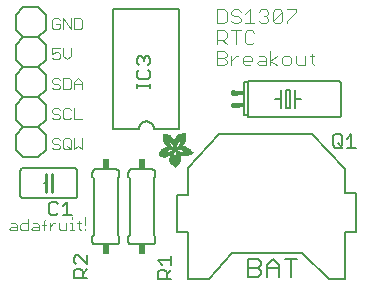
<source format=gbr>
G04 EAGLE Gerber RS-274X export*
G75*
%MOMM*%
%FSLAX34Y34*%
%LPD*%
%INSilkscreen Top*%
%IPPOS*%
%AMOC8*
5,1,8,0,0,1.08239X$1,22.5*%
G01*
%ADD10C,0.101600*%
%ADD11C,0.076200*%
%ADD12C,0.152400*%
%ADD13C,0.406400*%
%ADD14R,0.584200X0.406400*%
%ADD15C,0.127000*%
%ADD16R,0.609600X0.863600*%
%ADD17C,0.254000*%
%ADD18R,0.002600X0.063400*%
%ADD19R,0.002400X0.099000*%
%ADD20R,0.002600X0.124400*%
%ADD21R,0.002400X0.144800*%
%ADD22R,0.002400X0.162600*%
%ADD23R,0.002600X0.180200*%
%ADD24R,0.002400X0.193000*%
%ADD25R,0.002600X0.208200*%
%ADD26R,0.002400X0.221000*%
%ADD27R,0.002400X0.233600*%
%ADD28R,0.002600X0.246200*%
%ADD29R,0.002400X0.256600*%
%ADD30R,0.002600X0.266600*%
%ADD31R,0.002400X0.276800*%
%ADD32R,0.002400X0.287000*%
%ADD33R,0.002600X0.297200*%
%ADD34R,0.002400X0.304800*%
%ADD35R,0.002600X0.315000*%
%ADD36R,0.002400X0.322600*%
%ADD37R,0.002400X0.332800*%
%ADD38R,0.002600X0.340400*%
%ADD39R,0.002400X0.350400*%
%ADD40R,0.002600X0.355600*%
%ADD41R,0.002400X0.363200*%
%ADD42R,0.002400X0.370800*%
%ADD43R,0.002600X0.378400*%
%ADD44R,0.002400X0.386000*%
%ADD45R,0.002600X0.391000*%
%ADD46R,0.002400X0.398800*%
%ADD47R,0.002400X0.406400*%
%ADD48R,0.002600X0.411400*%
%ADD49R,0.002400X0.419000*%
%ADD50R,0.002600X0.426600*%
%ADD51R,0.002400X0.431800*%
%ADD52R,0.002400X0.436800*%
%ADD53R,0.002600X0.442000*%
%ADD54R,0.002400X0.447000*%
%ADD55R,0.002600X0.454600*%
%ADD56R,0.002400X0.459600*%
%ADD57R,0.002400X0.467400*%
%ADD58R,0.002600X0.469800*%
%ADD59R,0.002400X0.475000*%
%ADD60R,0.002600X0.482600*%
%ADD61R,0.002400X0.485000*%
%ADD62R,0.002400X0.490200*%
%ADD63R,0.002600X0.495200*%
%ADD64R,0.002400X0.503000*%
%ADD65R,0.002600X0.505400*%
%ADD66R,0.002400X0.510400*%
%ADD67R,0.002400X0.515600*%
%ADD68R,0.002600X0.518000*%
%ADD69R,0.002400X0.523200*%
%ADD70R,0.002600X0.525800*%
%ADD71R,0.002400X0.533400*%
%ADD72R,0.002400X0.538400*%
%ADD73R,0.002600X0.541000*%
%ADD74R,0.002400X0.546000*%
%ADD75R,0.002600X0.548600*%
%ADD76R,0.002400X0.553600*%
%ADD77R,0.002400X0.558800*%
%ADD78R,0.002600X0.561400*%
%ADD79R,0.002400X0.566400*%
%ADD80R,0.002600X0.568800*%
%ADD81R,0.002400X0.574000*%
%ADD82R,0.002400X0.576600*%
%ADD83R,0.002600X0.581600*%
%ADD84R,0.002400X0.584200*%
%ADD85R,0.002600X0.589200*%
%ADD86R,0.002400X0.591800*%
%ADD87R,0.002400X0.596800*%
%ADD88R,0.002600X0.599400*%
%ADD89R,0.002400X0.604400*%
%ADD90R,0.002600X0.604400*%
%ADD91R,0.002400X0.609600*%
%ADD92R,0.002400X0.612200*%
%ADD93R,0.002600X0.617200*%
%ADD94R,0.002400X0.619800*%
%ADD95R,0.002600X0.622200*%
%ADD96R,0.002400X0.627200*%
%ADD97R,0.002600X0.632400*%
%ADD98R,0.002400X0.635000*%
%ADD99R,0.002600X0.640000*%
%ADD100R,0.002400X0.642600*%
%ADD101R,0.002400X0.645000*%
%ADD102R,0.002600X0.647600*%
%ADD103R,0.002400X0.650200*%
%ADD104R,0.002600X0.655200*%
%ADD105R,0.002400X0.657800*%
%ADD106R,0.002600X0.662800*%
%ADD107R,0.002400X0.665400*%
%ADD108R,0.002600X0.668000*%
%ADD109R,0.002400X0.670600*%
%ADD110R,0.002400X0.673000*%
%ADD111R,0.002600X0.678200*%
%ADD112R,0.002400X0.680600*%
%ADD113R,0.002600X0.680600*%
%ADD114R,0.002400X0.685800*%
%ADD115R,0.002400X0.688400*%
%ADD116R,0.002600X0.688400*%
%ADD117R,0.002400X0.693400*%
%ADD118R,0.002600X0.696000*%
%ADD119R,0.002400X0.698400*%
%ADD120R,0.002600X0.703400*%
%ADD121R,0.002400X0.706000*%
%ADD122R,0.002600X0.706000*%
%ADD123R,0.002400X0.711200*%
%ADD124R,0.002400X0.713800*%
%ADD125R,0.002600X0.713800*%
%ADD126R,0.002400X0.716200*%
%ADD127R,0.002600X0.721200*%
%ADD128R,0.002400X0.721200*%
%ADD129R,0.002400X0.723800*%
%ADD130R,0.002600X0.723800*%
%ADD131R,0.002400X0.729000*%
%ADD132R,0.002600X0.731600*%
%ADD133R,0.002400X0.731600*%
%ADD134R,0.002400X0.734000*%
%ADD135R,0.002600X0.736600*%
%ADD136R,0.002400X0.739000*%
%ADD137R,0.002600X0.741600*%
%ADD138R,0.002400X0.741600*%
%ADD139R,0.002400X0.744200*%
%ADD140R,0.002600X0.746600*%
%ADD141R,0.002400X0.749200*%
%ADD142R,0.002600X0.751800*%
%ADD143R,0.002400X0.751800*%
%ADD144R,0.002400X0.754200*%
%ADD145R,0.002600X0.756800*%
%ADD146R,0.002400X0.759400*%
%ADD147R,0.002600X0.759400*%
%ADD148R,0.002400X0.762000*%
%ADD149R,0.002400X0.764600*%
%ADD150R,0.002600X0.764600*%
%ADD151R,0.002400X0.767000*%
%ADD152R,0.002600X0.769600*%
%ADD153R,0.002400X0.772000*%
%ADD154R,0.002600X0.774600*%
%ADD155R,0.002400X0.774600*%
%ADD156R,0.002600X0.777200*%
%ADD157R,0.002400X0.777200*%
%ADD158R,0.002400X0.205600*%
%ADD159R,0.002400X0.779800*%
%ADD160R,0.002600X0.309800*%
%ADD161R,0.002600X0.782400*%
%ADD162R,0.002400X0.381000*%
%ADD163R,0.002400X0.784800*%
%ADD164R,0.002600X0.409000*%
%ADD165R,0.002600X0.784800*%
%ADD166R,0.002400X0.787400*%
%ADD167R,0.002400X0.452000*%
%ADD168R,0.002600X0.790000*%
%ADD169R,0.002400X0.487600*%
%ADD170R,0.002400X0.790000*%
%ADD171R,0.002600X0.502800*%
%ADD172R,0.002600X0.792400*%
%ADD173R,0.002400X0.518000*%
%ADD174R,0.002400X0.792400*%
%ADD175R,0.002400X0.530800*%
%ADD176R,0.002400X0.795000*%
%ADD177R,0.002600X0.795000*%
%ADD178R,0.002400X0.797600*%
%ADD179R,0.002600X0.563800*%
%ADD180R,0.002600X0.797600*%
%ADD181R,0.002400X0.800000*%
%ADD182R,0.002400X0.586600*%
%ADD183R,0.002600X0.596800*%
%ADD184R,0.002600X0.802600*%
%ADD185R,0.002400X0.604600*%
%ADD186R,0.002400X0.805200*%
%ADD187R,0.002600X0.612200*%
%ADD188R,0.002600X0.807600*%
%ADD189R,0.002400X0.622200*%
%ADD190R,0.002400X0.807600*%
%ADD191R,0.002400X0.630000*%
%ADD192R,0.002400X0.810200*%
%ADD193R,0.002600X0.637600*%
%ADD194R,0.002600X0.810200*%
%ADD195R,0.002400X0.647600*%
%ADD196R,0.002400X0.812800*%
%ADD197R,0.002600X0.652800*%
%ADD198R,0.002600X0.812800*%
%ADD199R,0.002400X0.815200*%
%ADD200R,0.002600X0.673000*%
%ADD201R,0.002600X0.815200*%
%ADD202R,0.002400X0.817800*%
%ADD203R,0.002600X0.683200*%
%ADD204R,0.002600X0.817800*%
%ADD205R,0.002400X0.690800*%
%ADD206R,0.002400X0.820400*%
%ADD207R,0.002400X0.696000*%
%ADD208R,0.002600X0.703600*%
%ADD209R,0.002600X0.820400*%
%ADD210R,0.002400X0.708600*%
%ADD211R,0.002400X0.823000*%
%ADD212R,0.002600X0.728800*%
%ADD213R,0.002600X0.825400*%
%ADD214R,0.002400X0.825400*%
%ADD215R,0.002600X0.739000*%
%ADD216R,0.002600X0.828000*%
%ADD217R,0.002400X0.828000*%
%ADD218R,0.002600X0.749200*%
%ADD219R,0.002600X0.830600*%
%ADD220R,0.002400X0.754400*%
%ADD221R,0.002400X0.830600*%
%ADD222R,0.002600X0.833200*%
%ADD223R,0.002400X0.764400*%
%ADD224R,0.002400X0.833200*%
%ADD225R,0.002600X0.835600*%
%ADD226R,0.002400X0.833000*%
%ADD227R,0.002400X0.782400*%
%ADD228R,0.002400X0.835600*%
%ADD229R,0.002600X0.787400*%
%ADD230R,0.002600X0.838200*%
%ADD231R,0.002400X0.789800*%
%ADD232R,0.002400X0.838200*%
%ADD233R,0.002600X0.840600*%
%ADD234R,0.002400X0.797400*%
%ADD235R,0.002400X0.840600*%
%ADD236R,0.002600X0.805200*%
%ADD237R,0.002600X0.840800*%
%ADD238R,0.002400X0.840800*%
%ADD239R,0.002600X0.843200*%
%ADD240R,0.002400X0.843200*%
%ADD241R,0.002400X0.815400*%
%ADD242R,0.002600X0.845800*%
%ADD243R,0.002400X0.845800*%
%ADD244R,0.002600X0.830400*%
%ADD245R,0.002600X0.848200*%
%ADD246R,0.002400X0.848200*%
%ADD247R,0.002400X0.848400*%
%ADD248R,0.002600X0.848400*%
%ADD249R,0.002400X0.850800*%
%ADD250R,0.002600X0.853400*%
%ADD251R,0.002600X0.850800*%
%ADD252R,0.002400X0.856000*%
%ADD253R,0.002600X0.861000*%
%ADD254R,0.002400X0.863600*%
%ADD255R,0.002600X0.866000*%
%ADD256R,0.002400X0.868600*%
%ADD257R,0.002600X0.871200*%
%ADD258R,0.002400X0.873600*%
%ADD259R,0.002400X0.853400*%
%ADD260R,0.002400X0.876200*%
%ADD261R,0.002600X0.876200*%
%ADD262R,0.002400X0.881400*%
%ADD263R,0.002600X0.883800*%
%ADD264R,0.002400X0.886400*%
%ADD265R,0.002400X0.889000*%
%ADD266R,0.002600X0.891600*%
%ADD267R,0.002400X0.891400*%
%ADD268R,0.002600X0.894000*%
%ADD269R,0.002400X0.896600*%
%ADD270R,0.002400X0.899000*%
%ADD271R,0.002600X0.901600*%
%ADD272R,0.002600X0.856000*%
%ADD273R,0.002400X0.904200*%
%ADD274R,0.002600X0.904200*%
%ADD275R,0.002400X0.909200*%
%ADD276R,0.002400X0.911800*%
%ADD277R,0.002600X0.914400*%
%ADD278R,0.002400X0.916800*%
%ADD279R,0.002600X0.919400*%
%ADD280R,0.002400X0.919400*%
%ADD281R,0.002400X0.922000*%
%ADD282R,0.002600X0.924600*%
%ADD283R,0.002400X0.927000*%
%ADD284R,0.002600X0.929600*%
%ADD285R,0.002400X0.932200*%
%ADD286R,0.002600X0.934600*%
%ADD287R,0.002400X0.937200*%
%ADD288R,0.002600X0.939800*%
%ADD289R,0.002400X0.942200*%
%ADD290R,0.002400X0.942400*%
%ADD291R,0.002600X0.944800*%
%ADD292R,0.002400X0.947400*%
%ADD293R,0.002600X0.950000*%
%ADD294R,0.002400X0.952400*%
%ADD295R,0.002400X0.955000*%
%ADD296R,0.002600X0.952400*%
%ADD297R,0.002600X0.957400*%
%ADD298R,0.002600X0.365600*%
%ADD299R,0.002600X0.462200*%
%ADD300R,0.002400X0.960000*%
%ADD301R,0.002400X0.358000*%
%ADD302R,0.002400X0.454600*%
%ADD303R,0.002400X0.962600*%
%ADD304R,0.002400X0.353000*%
%ADD305R,0.002400X0.452200*%
%ADD306R,0.002600X0.965200*%
%ADD307R,0.002600X0.350400*%
%ADD308R,0.002600X0.447000*%
%ADD309R,0.002400X0.965200*%
%ADD310R,0.002400X0.348000*%
%ADD311R,0.002400X0.444400*%
%ADD312R,0.002600X0.967600*%
%ADD313R,0.002600X0.345400*%
%ADD314R,0.002600X0.439400*%
%ADD315R,0.002400X0.970200*%
%ADD316R,0.002400X0.342800*%
%ADD317R,0.002400X0.340200*%
%ADD318R,0.002600X0.972800*%
%ADD319R,0.002600X0.337800*%
%ADD320R,0.002600X0.429200*%
%ADD321R,0.002400X0.972800*%
%ADD322R,0.002400X0.335200*%
%ADD323R,0.002400X0.429200*%
%ADD324R,0.002600X0.975400*%
%ADD325R,0.002600X0.332600*%
%ADD326R,0.002600X0.424200*%
%ADD327R,0.002400X0.977800*%
%ADD328R,0.002400X0.424200*%
%ADD329R,0.002600X0.980400*%
%ADD330R,0.002600X0.330200*%
%ADD331R,0.002600X0.419000*%
%ADD332R,0.002400X0.980400*%
%ADD333R,0.002400X0.327600*%
%ADD334R,0.002400X0.414000*%
%ADD335R,0.002600X0.983000*%
%ADD336R,0.002600X0.327600*%
%ADD337R,0.002600X0.414000*%
%ADD338R,0.002400X0.983000*%
%ADD339R,0.002400X0.325000*%
%ADD340R,0.002400X0.985400*%
%ADD341R,0.002400X0.409000*%
%ADD342R,0.002600X0.988000*%
%ADD343R,0.002600X0.322600*%
%ADD344R,0.002400X0.322400*%
%ADD345R,0.002600X0.320000*%
%ADD346R,0.002600X0.403800*%
%ADD347R,0.002400X0.990600*%
%ADD348R,0.002400X0.317400*%
%ADD349R,0.002400X0.401200*%
%ADD350R,0.002600X0.990600*%
%ADD351R,0.002600X0.317400*%
%ADD352R,0.002600X0.398800*%
%ADD353R,0.002400X0.315000*%
%ADD354R,0.002400X0.396200*%
%ADD355R,0.002600X0.993000*%
%ADD356R,0.002600X0.393600*%
%ADD357R,0.002400X0.993000*%
%ADD358R,0.002400X0.312400*%
%ADD359R,0.002400X0.393600*%
%ADD360R,0.002600X0.312400*%
%ADD361R,0.002600X0.391200*%
%ADD362R,0.002400X0.309800*%
%ADD363R,0.002400X0.388600*%
%ADD364R,0.002600X1.305600*%
%ADD365R,0.002600X0.386000*%
%ADD366R,0.002400X1.300400*%
%ADD367R,0.002400X1.298000*%
%ADD368R,0.002400X0.383400*%
%ADD369R,0.002600X1.298000*%
%ADD370R,0.002600X0.383400*%
%ADD371R,0.002400X1.295400*%
%ADD372R,0.002600X1.292800*%
%ADD373R,0.002600X0.381000*%
%ADD374R,0.002400X1.290200*%
%ADD375R,0.002400X0.378400*%
%ADD376R,0.002600X1.285200*%
%ADD377R,0.002400X1.285200*%
%ADD378R,0.002400X0.373400*%
%ADD379R,0.002600X1.282600*%
%ADD380R,0.002600X0.373400*%
%ADD381R,0.002400X1.282600*%
%ADD382R,0.002400X1.277600*%
%ADD383R,0.002600X1.277600*%
%ADD384R,0.002600X0.368200*%
%ADD385R,0.002400X1.275000*%
%ADD386R,0.002400X0.368200*%
%ADD387R,0.002600X1.272400*%
%ADD388R,0.002600X0.365800*%
%ADD389R,0.002400X1.270000*%
%ADD390R,0.002400X0.365800*%
%ADD391R,0.002600X1.265000*%
%ADD392R,0.002600X0.363200*%
%ADD393R,0.002400X1.265000*%
%ADD394R,0.002600X1.262400*%
%ADD395R,0.002600X0.360600*%
%ADD396R,0.002400X1.259800*%
%ADD397R,0.002400X0.360600*%
%ADD398R,0.002400X1.257200*%
%ADD399R,0.002600X1.257200*%
%ADD400R,0.002600X0.358000*%
%ADD401R,0.002400X1.254800*%
%ADD402R,0.002400X0.355600*%
%ADD403R,0.002600X1.252200*%
%ADD404R,0.002400X1.252200*%
%ADD405R,0.002400X1.247000*%
%ADD406R,0.002600X1.247000*%
%ADD407R,0.002600X0.353000*%
%ADD408R,0.002600X1.242000*%
%ADD409R,0.002400X1.242000*%
%ADD410R,0.002400X1.239400*%
%ADD411R,0.002600X1.237000*%
%ADD412R,0.002600X0.347800*%
%ADD413R,0.002400X1.237000*%
%ADD414R,0.002400X0.347800*%
%ADD415R,0.002600X1.231800*%
%ADD416R,0.002400X1.231800*%
%ADD417R,0.002400X0.345400*%
%ADD418R,0.002600X1.226800*%
%ADD419R,0.002400X1.226800*%
%ADD420R,0.002600X1.224200*%
%ADD421R,0.002600X0.342800*%
%ADD422R,0.002400X1.221600*%
%ADD423R,0.002400X0.340400*%
%ADD424R,0.002600X1.219200*%
%ADD425R,0.002400X1.216600*%
%ADD426R,0.002400X0.337800*%
%ADD427R,0.002600X1.214200*%
%ADD428R,0.002400X1.214200*%
%ADD429R,0.002400X1.209000*%
%ADD430R,0.002600X1.209000*%
%ADD431R,0.002600X0.335200*%
%ADD432R,0.002600X1.206400*%
%ADD433R,0.002400X0.652800*%
%ADD434R,0.002400X0.083800*%
%ADD435R,0.002400X0.505400*%
%ADD436R,0.002400X0.134600*%
%ADD437R,0.002600X0.497800*%
%ADD438R,0.002600X0.332800*%
%ADD439R,0.002600X0.167600*%
%ADD440R,0.002400X0.632400*%
%ADD441R,0.002400X0.330200*%
%ADD442R,0.002400X0.195400*%
%ADD443R,0.002600X0.629800*%
%ADD444R,0.002600X0.223400*%
%ADD445R,0.002400X0.624800*%
%ADD446R,0.002400X0.474800*%
%ADD447R,0.002400X0.246400*%
%ADD448R,0.002400X0.469800*%
%ADD449R,0.002400X0.264000*%
%ADD450R,0.002600X0.619600*%
%ADD451R,0.002600X0.284400*%
%ADD452R,0.002400X0.617200*%
%ADD453R,0.002400X0.457200*%
%ADD454R,0.002400X0.302200*%
%ADD455R,0.002600X0.614600*%
%ADD456R,0.002600X0.452000*%
%ADD457R,0.002600X0.325000*%
%ADD458R,0.002400X0.439400*%
%ADD459R,0.002600X0.609600*%
%ADD460R,0.002600X0.434400*%
%ADD461R,0.002600X0.322400*%
%ADD462R,0.002400X0.602000*%
%ADD463R,0.002400X0.416400*%
%ADD464R,0.002400X0.599400*%
%ADD465R,0.002400X0.408800*%
%ADD466R,0.002400X0.320000*%
%ADD467R,0.002400X0.441800*%
%ADD468R,0.002600X0.401200*%
%ADD469R,0.002400X0.464800*%
%ADD470R,0.002400X0.594200*%
%ADD471R,0.002600X0.591800*%
%ADD472R,0.002600X0.487600*%
%ADD473R,0.002400X0.594400*%
%ADD474R,0.002400X0.495200*%
%ADD475R,0.002600X0.508000*%
%ADD476R,0.002400X0.518200*%
%ADD477R,0.002400X0.589200*%
%ADD478R,0.002400X0.375800*%
%ADD479R,0.002400X0.528400*%
%ADD480R,0.002600X0.370800*%
%ADD481R,0.002600X0.538400*%
%ADD482R,0.002600X0.586600*%
%ADD483R,0.002600X0.556200*%
%ADD484R,0.002400X0.314800*%
%ADD485R,0.002600X0.586800*%
%ADD486R,0.002600X0.584200*%
%ADD487R,0.002600X0.602000*%
%ADD488R,0.002400X0.581600*%
%ADD489R,0.002400X0.619600*%
%ADD490R,0.002600X0.627400*%
%ADD491R,0.002600X0.307200*%
%ADD492R,0.002600X0.642600*%
%ADD493R,0.002400X0.579200*%
%ADD494R,0.002400X0.307400*%
%ADD495R,0.002600X0.579000*%
%ADD496R,0.002600X0.307400*%
%ADD497R,0.002600X0.665400*%
%ADD498R,0.002400X0.307200*%
%ADD499R,0.002600X0.314800*%
%ADD500R,0.002600X0.304800*%
%ADD501R,0.002400X0.576400*%
%ADD502R,0.002600X0.576600*%
%ADD503R,0.002400X0.713600*%
%ADD504R,0.002600X0.574000*%
%ADD505R,0.002600X0.302200*%
%ADD506R,0.002600X0.721400*%
%ADD507R,0.002400X0.299600*%
%ADD508R,0.002400X0.297200*%
%ADD509R,0.002400X0.736600*%
%ADD510R,0.002600X0.292000*%
%ADD511R,0.002400X0.289600*%
%ADD512R,0.002400X0.746800*%
%ADD513R,0.002600X0.571400*%
%ADD514R,0.002600X0.287000*%
%ADD515R,0.002600X0.299800*%
%ADD516R,0.002600X0.754400*%
%ADD517R,0.002400X0.284400*%
%ADD518R,0.002400X1.061800*%
%ADD519R,0.002400X0.571400*%
%ADD520R,0.002400X0.282000*%
%ADD521R,0.002400X1.066800*%
%ADD522R,0.002600X0.279400*%
%ADD523R,0.002600X1.066800*%
%ADD524R,0.002400X1.071800*%
%ADD525R,0.002600X0.274200*%
%ADD526R,0.002600X1.074400*%
%ADD527R,0.002400X0.274200*%
%ADD528R,0.002400X1.076800*%
%ADD529R,0.002400X0.569000*%
%ADD530R,0.002400X0.271800*%
%ADD531R,0.002400X1.079400*%
%ADD532R,0.002600X0.269200*%
%ADD533R,0.002600X1.082000*%
%ADD534R,0.002400X0.266600*%
%ADD535R,0.002400X1.087000*%
%ADD536R,0.002600X0.569000*%
%ADD537R,0.002600X0.264200*%
%ADD538R,0.002600X1.087000*%
%ADD539R,0.002400X0.568800*%
%ADD540R,0.002400X0.261600*%
%ADD541R,0.002400X1.092200*%
%ADD542R,0.002400X0.259000*%
%ADD543R,0.002400X1.094800*%
%ADD544R,0.002600X0.566400*%
%ADD545R,0.002600X0.256600*%
%ADD546R,0.002600X1.097200*%
%ADD547R,0.002400X1.099800*%
%ADD548R,0.002600X0.254000*%
%ADD549R,0.002600X1.104800*%
%ADD550R,0.002400X0.251400*%
%ADD551R,0.002400X1.104800*%
%ADD552R,0.002400X0.248800*%
%ADD553R,0.002400X1.110000*%
%ADD554R,0.002600X0.246400*%
%ADD555R,0.002600X1.112400*%
%ADD556R,0.002400X1.115000*%
%ADD557R,0.002600X1.117600*%
%ADD558R,0.002400X0.563800*%
%ADD559R,0.002400X0.243800*%
%ADD560R,0.002400X1.122600*%
%ADD561R,0.002400X0.241200*%
%ADD562R,0.002600X0.241200*%
%ADD563R,0.002600X1.127800*%
%ADD564R,0.002400X0.238600*%
%ADD565R,0.002400X1.130200*%
%ADD566R,0.002600X0.236200*%
%ADD567R,0.002600X1.132800*%
%ADD568R,0.002400X0.561400*%
%ADD569R,0.002400X1.137800*%
%ADD570R,0.002400X0.561200*%
%ADD571R,0.002600X0.561200*%
%ADD572R,0.002600X0.233600*%
%ADD573R,0.002600X1.143000*%
%ADD574R,0.002400X0.231200*%
%ADD575R,0.002400X1.145600*%
%ADD576R,0.002600X0.231200*%
%ADD577R,0.002600X1.148000*%
%ADD578R,0.002400X0.228600*%
%ADD579R,0.002400X1.153200*%
%ADD580R,0.002400X0.226000*%
%ADD581R,0.002600X0.558800*%
%ADD582R,0.002600X0.228600*%
%ADD583R,0.002600X1.158200*%
%ADD584R,0.002400X1.160800*%
%ADD585R,0.002600X1.165800*%
%ADD586R,0.002400X0.223400*%
%ADD587R,0.002400X1.168400*%
%ADD588R,0.002400X1.171000*%
%ADD589R,0.002600X1.176000*%
%ADD590R,0.002400X0.220800*%
%ADD591R,0.002400X1.176000*%
%ADD592R,0.002600X0.221000*%
%ADD593R,0.002600X1.181000*%
%ADD594R,0.002400X1.186200*%
%ADD595R,0.002400X0.218400*%
%ADD596R,0.002400X1.188600*%
%ADD597R,0.002600X1.193800*%
%ADD598R,0.002400X1.196200*%
%ADD599R,0.002600X1.201400*%
%ADD600R,0.002400X0.556200*%
%ADD601R,0.002400X1.206400*%
%ADD602R,0.002600X0.218400*%
%ADD603R,0.002600X1.221600*%
%ADD604R,0.002400X0.553800*%
%ADD605R,0.002400X0.223600*%
%ADD606R,0.002600X0.553600*%
%ADD607R,0.002600X0.226000*%
%ADD608R,0.002600X0.551200*%
%ADD609R,0.002600X0.231000*%
%ADD610R,0.002600X1.249600*%
%ADD611R,0.002400X0.551200*%
%ADD612R,0.002400X0.236200*%
%ADD613R,0.002400X1.513800*%
%ADD614R,0.002600X1.513800*%
%ADD615R,0.002400X0.551000*%
%ADD616R,0.002600X1.516200*%
%ADD617R,0.002400X1.516400*%
%ADD618R,0.002600X0.551000*%
%ADD619R,0.002600X1.518800*%
%ADD620R,0.002400X1.519000*%
%ADD621R,0.002600X1.519000*%
%ADD622R,0.002400X1.521400*%
%ADD623R,0.002600X1.521400*%
%ADD624R,0.002400X1.524000*%
%ADD625R,0.002600X1.524000*%
%ADD626R,0.002400X1.526400*%
%ADD627R,0.002600X1.526600*%
%ADD628R,0.002400X1.529000*%
%ADD629R,0.002600X1.529000*%
%ADD630R,0.002400X1.531600*%
%ADD631R,0.002600X1.534200*%
%ADD632R,0.002400X1.536600*%
%ADD633R,0.002600X1.539200*%
%ADD634R,0.002400X1.541800*%
%ADD635R,0.002600X1.544200*%
%ADD636R,0.002400X1.549400*%
%ADD637R,0.002600X1.549400*%
%ADD638R,0.002400X1.554400*%
%ADD639R,0.002400X1.557000*%
%ADD640R,0.002600X0.594400*%
%ADD641R,0.002600X1.559400*%
%ADD642R,0.002400X1.564600*%
%ADD643R,0.002600X0.604600*%
%ADD644R,0.002600X1.567200*%
%ADD645R,0.002400X1.572200*%
%ADD646R,0.002400X0.614600*%
%ADD647R,0.002400X1.577200*%
%ADD648R,0.002400X0.525800*%
%ADD649R,0.002400X0.906800*%
%ADD650R,0.002600X1.168400*%
%ADD651R,0.002600X0.889000*%
%ADD652R,0.002400X1.155600*%
%ADD653R,0.002400X1.143000*%
%ADD654R,0.002400X0.866200*%
%ADD655R,0.002600X1.130200*%
%ADD656R,0.002400X1.120000*%
%ADD657R,0.002600X1.110000*%
%ADD658R,0.002600X1.084600*%
%ADD659R,0.002600X1.071800*%
%ADD660R,0.002400X1.064200*%
%ADD661R,0.002400X0.807800*%
%ADD662R,0.002400X1.059200*%
%ADD663R,0.002400X0.802600*%
%ADD664R,0.002600X1.054000*%
%ADD665R,0.002600X0.800000*%
%ADD666R,0.002400X1.049000*%
%ADD667R,0.002600X1.046400*%
%ADD668R,0.002400X1.041400*%
%ADD669R,0.002400X1.038800*%
%ADD670R,0.002600X1.033800*%
%ADD671R,0.002400X1.031200*%
%ADD672R,0.002600X1.028600*%
%ADD673R,0.002400X1.026000*%
%ADD674R,0.002400X0.782200*%
%ADD675R,0.002400X1.026200*%
%ADD676R,0.002600X1.023600*%
%ADD677R,0.002600X0.782200*%
%ADD678R,0.002400X1.021000*%
%ADD679R,0.002600X1.021000*%
%ADD680R,0.002400X1.018400*%
%ADD681R,0.002600X1.018400*%
%ADD682R,0.002400X1.023600*%
%ADD683R,0.002600X1.026200*%
%ADD684R,0.002400X1.028600*%
%ADD685R,0.002600X1.033600*%
%ADD686R,0.002600X0.797400*%
%ADD687R,0.002400X1.033600*%
%ADD688R,0.002600X1.036200*%
%ADD689R,0.002400X1.046400*%
%ADD690R,0.002600X1.049000*%
%ADD691R,0.002400X1.054000*%
%ADD692R,0.002600X1.056600*%
%ADD693R,0.002400X1.061600*%
%ADD694R,0.002400X0.822800*%
%ADD695R,0.002400X1.097200*%
%ADD696R,0.002600X0.858400*%
%ADD697R,0.002600X1.122600*%
%ADD698R,0.002400X0.878800*%
%ADD699R,0.002400X1.140400*%
%ADD700R,0.002400X0.883800*%
%ADD701R,0.002400X0.901600*%
%ADD702R,0.002600X1.170800*%
%ADD703R,0.002600X0.909200*%
%ADD704R,0.002400X1.181000*%
%ADD705R,0.002400X1.196400*%
%ADD706R,0.002400X0.929600*%
%ADD707R,0.002400X1.221800*%
%ADD708R,0.002400X0.949800*%
%ADD709R,0.002600X0.962600*%
%ADD710R,0.002400X0.975400*%
%ADD711R,0.002400X1.272400*%
%ADD712R,0.002600X1.290400*%
%ADD713R,0.002600X1.008200*%
%ADD714R,0.002400X1.318200*%
%ADD715R,0.002600X1.361400*%
%ADD716R,0.002400X2.491600*%
%ADD717R,0.002400X2.494200*%
%ADD718R,0.002600X2.499400*%
%ADD719R,0.002400X2.501800*%
%ADD720R,0.002600X2.504400*%
%ADD721R,0.002400X2.509400*%
%ADD722R,0.002400X2.512000*%
%ADD723R,0.002600X2.517200*%
%ADD724R,0.002400X2.519600*%
%ADD725R,0.002600X2.524800*%
%ADD726R,0.002400X2.527200*%
%ADD727R,0.002400X2.529800*%
%ADD728R,0.002600X2.535000*%
%ADD729R,0.002400X1.673800*%
%ADD730R,0.002600X1.661200*%
%ADD731R,0.002400X1.653400*%
%ADD732R,0.002400X1.645800*%
%ADD733R,0.002600X1.638200*%
%ADD734R,0.002400X1.635800*%
%ADD735R,0.002600X0.779800*%
%ADD736R,0.002600X1.630600*%
%ADD737R,0.002400X1.625600*%
%ADD738R,0.002400X0.772200*%
%ADD739R,0.002400X1.620400*%
%ADD740R,0.002600X1.618000*%
%ADD741R,0.002400X1.612800*%
%ADD742R,0.002600X0.764400*%
%ADD743R,0.002600X1.610200*%
%ADD744R,0.002400X1.607800*%
%ADD745R,0.002400X1.602600*%
%ADD746R,0.002600X0.757000*%
%ADD747R,0.002600X1.600200*%
%ADD748R,0.002400X1.597600*%
%ADD749R,0.002600X1.595000*%
%ADD750R,0.002400X1.592600*%
%ADD751R,0.002400X1.590000*%
%ADD752R,0.002600X0.746800*%
%ADD753R,0.002600X1.587400*%
%ADD754R,0.002400X1.585000*%
%ADD755R,0.002600X0.744200*%
%ADD756R,0.002600X1.582400*%
%ADD757R,0.002400X1.579800*%
%ADD758R,0.002600X1.577200*%
%ADD759R,0.002400X1.574800*%
%ADD760R,0.002600X0.734000*%
%ADD761R,0.002600X1.574800*%
%ADD762R,0.002400X1.338600*%
%ADD763R,0.002400X0.731400*%
%ADD764R,0.002400X1.323200*%
%ADD765R,0.002600X0.731400*%
%ADD766R,0.002600X0.213200*%
%ADD767R,0.002600X1.315600*%
%ADD768R,0.002400X0.210800*%
%ADD769R,0.002400X1.308000*%
%ADD770R,0.002600X0.726400*%
%ADD771R,0.002600X0.210800*%
%ADD772R,0.002600X1.300400*%
%ADD773R,0.002400X0.721400*%
%ADD774R,0.002400X0.208200*%
%ADD775R,0.002400X0.718800*%
%ADD776R,0.002600X0.716200*%
%ADD777R,0.002400X1.267400*%
%ADD778R,0.002600X0.713600*%
%ADD779R,0.002600X1.254800*%
%ADD780R,0.002400X1.249600*%
%ADD781R,0.002600X0.711200*%
%ADD782R,0.002600X1.244600*%
%ADD783R,0.002400X0.706200*%
%ADD784R,0.002400X0.213400*%
%ADD785R,0.002400X0.213200*%
%ADD786R,0.002600X0.215800*%
%ADD787R,0.002600X1.221800*%
%ADD788R,0.002400X0.701000*%
%ADD789R,0.002400X0.215800*%
%ADD790R,0.002400X1.219200*%
%ADD791R,0.002400X1.214000*%
%ADD792R,0.002600X0.701000*%
%ADD793R,0.002600X0.223600*%
%ADD794R,0.002600X1.198800*%
%ADD795R,0.002400X0.695800*%
%ADD796R,0.002400X1.193800*%
%ADD797R,0.002400X1.188800*%
%ADD798R,0.002600X0.695800*%
%ADD799R,0.002600X1.186200*%
%ADD800R,0.002600X0.690800*%
%ADD801R,0.002600X1.178400*%
%ADD802R,0.002400X0.238800*%
%ADD803R,0.002400X1.173400*%
%ADD804R,0.002400X0.688200*%
%ADD805R,0.002600X0.688200*%
%ADD806R,0.002600X1.163200*%
%ADD807R,0.002400X1.158200*%
%ADD808R,0.002600X0.685800*%
%ADD809R,0.002600X1.155600*%
%ADD810R,0.002400X1.150600*%
%ADD811R,0.002400X0.683200*%
%ADD812R,0.002400X1.145400*%
%ADD813R,0.002400X0.256400*%
%ADD814R,0.002400X1.135400*%
%ADD815R,0.002600X0.261600*%
%ADD816R,0.002400X1.127600*%
%ADD817R,0.002400X1.125200*%
%ADD818R,0.002600X1.120000*%
%ADD819R,0.002400X0.678200*%
%ADD820R,0.002400X1.107400*%
%ADD821R,0.002400X0.675600*%
%ADD822R,0.002400X1.102200*%
%ADD823R,0.002600X1.099800*%
%ADD824R,0.002600X0.675600*%
%ADD825R,0.002600X1.089600*%
%ADD826R,0.002400X0.294600*%
%ADD827R,0.002400X1.084400*%
%ADD828R,0.002400X1.082000*%
%ADD829R,0.002600X1.076800*%
%ADD830R,0.002600X1.069200*%
%ADD831R,0.002400X1.051400*%
%ADD832R,0.002400X0.670400*%
%ADD833R,0.002600X0.670600*%
%ADD834R,0.002600X1.031200*%
%ADD835R,0.002600X0.670400*%
%ADD836R,0.002400X1.016000*%
%ADD837R,0.002600X1.010800*%
%ADD838R,0.002400X0.376000*%
%ADD839R,0.002400X1.005800*%
%ADD840R,0.002600X1.000800*%
%ADD841R,0.002400X0.998200*%
%ADD842R,0.002400X0.391200*%
%ADD843R,0.002600X0.396200*%
%ADD844R,0.002400X0.401400*%
%ADD845R,0.002600X0.406400*%
%ADD846R,0.002600X0.977800*%
%ADD847R,0.002400X0.421600*%
%ADD848R,0.002600X0.955000*%
%ADD849R,0.002400X0.950000*%
%ADD850R,0.002400X0.944800*%
%ADD851R,0.002600X0.942200*%
%ADD852R,0.002400X0.467200*%
%ADD853R,0.002600X0.477400*%
%ADD854R,0.002600X0.530800*%
%ADD855R,0.002600X0.906800*%
%ADD856R,0.002400X1.325800*%
%ADD857R,0.002400X0.894000*%
%ADD858R,0.002600X1.325800*%
%ADD859R,0.002400X1.328400*%
%ADD860R,0.002600X1.328400*%
%ADD861R,0.002600X0.881400*%
%ADD862R,0.002400X1.333400*%
%ADD863R,0.002600X1.333400*%
%ADD864R,0.002600X0.863600*%
%ADD865R,0.002400X0.858400*%
%ADD866R,0.002600X1.336000*%
%ADD867R,0.002600X1.338600*%
%ADD868R,0.002600X0.833000*%
%ADD869R,0.002400X1.343600*%
%ADD870R,0.002600X1.343600*%
%ADD871R,0.002400X0.365600*%
%ADD872R,0.002400X1.346200*%
%ADD873R,0.002600X1.348800*%
%ADD874R,0.002400X1.348800*%
%ADD875R,0.002600X1.351200*%
%ADD876R,0.002400X1.351200*%
%ADD877R,0.002400X0.269200*%
%ADD878R,0.002400X1.353800*%
%ADD879R,0.002400X0.249000*%
%ADD880R,0.002600X1.353800*%
%ADD881R,0.002600X0.340200*%
%ADD882R,0.002400X1.356200*%
%ADD883R,0.002600X1.358800*%
%ADD884R,0.002600X0.198200*%
%ADD885R,0.002400X1.358800*%
%ADD886R,0.002400X0.180200*%
%ADD887R,0.002400X0.157400*%
%ADD888R,0.002600X0.132000*%
%ADD889R,0.002400X1.364000*%
%ADD890R,0.002400X0.101600*%
%ADD891R,0.002600X1.364000*%
%ADD892R,0.002600X0.050800*%
%ADD893R,0.002400X1.369000*%
%ADD894R,0.002600X1.369000*%
%ADD895R,0.002600X1.371600*%
%ADD896R,0.002400X1.374200*%
%ADD897R,0.002600X1.376600*%
%ADD898R,0.002400X1.376600*%
%ADD899R,0.002600X1.379200*%
%ADD900R,0.002400X1.381800*%
%ADD901R,0.002600X1.381800*%
%ADD902R,0.002400X1.386800*%
%ADD903R,0.002600X1.386800*%
%ADD904R,0.002600X0.294600*%
%ADD905R,0.002400X1.389200*%
%ADD906R,0.002600X1.389200*%
%ADD907R,0.002400X1.394400*%
%ADD908R,0.002400X0.292000*%
%ADD909R,0.002600X1.394400*%
%ADD910R,0.002400X1.397000*%
%ADD911R,0.002600X1.397000*%
%ADD912R,0.002400X1.402000*%
%ADD913R,0.002600X1.402000*%
%ADD914R,0.002600X0.289600*%
%ADD915R,0.002400X1.404600*%
%ADD916R,0.002600X1.407000*%
%ADD917R,0.002400X1.409600*%
%ADD918R,0.002600X1.412200*%
%ADD919R,0.002400X1.412200*%
%ADD920R,0.002600X1.414800*%
%ADD921R,0.002400X1.417200*%
%ADD922R,0.002600X1.419800*%
%ADD923R,0.002400X1.419800*%
%ADD924R,0.002400X1.422400*%
%ADD925R,0.002600X1.424800*%
%ADD926R,0.002400X1.424800*%
%ADD927R,0.002600X1.051400*%
%ADD928R,0.002600X0.375800*%
%ADD929R,0.002400X1.044000*%
%ADD930R,0.002400X0.383600*%
%ADD931R,0.002600X1.041400*%
%ADD932R,0.002600X0.299600*%
%ADD933R,0.002600X1.038800*%
%ADD934R,0.002600X0.388600*%
%ADD935R,0.002400X1.036200*%
%ADD936R,0.002600X0.398600*%
%ADD937R,0.002400X0.398600*%
%ADD938R,0.002600X1.018600*%
%ADD939R,0.002400X0.403800*%
%ADD940R,0.002600X1.013400*%
%ADD941R,0.002400X1.008400*%
%ADD942R,0.002400X0.411400*%
%ADD943R,0.002600X1.005800*%
%ADD944R,0.002400X1.003200*%
%ADD945R,0.002600X0.421600*%
%ADD946R,0.002400X0.426800*%
%ADD947R,0.002400X0.995600*%
%ADD948R,0.002600X0.441800*%
%ADD949R,0.002400X0.988000*%
%ADD950R,0.002600X0.985400*%
%ADD951R,0.002400X0.975200*%
%ADD952R,0.002600X0.970200*%
%ADD953R,0.002400X0.967600*%
%ADD954R,0.002600X0.960000*%
%ADD955R,0.002600X0.805000*%
%ADD956R,0.002400X0.957400*%
%ADD957R,0.002600X0.947400*%
%ADD958R,0.002400X0.934600*%
%ADD959R,0.002600X0.927000*%
%ADD960R,0.002400X0.924600*%
%ADD961R,0.002400X0.917000*%
%ADD962R,0.002600X0.891400*%
%ADD963R,0.002400X0.861000*%
%ADD964R,0.002600X0.789800*%
%ADD965R,0.002600X0.772200*%
%ADD966R,0.002600X0.772000*%
%ADD967R,0.002400X0.726400*%
%ADD968R,0.002400X0.769600*%
%ADD969R,0.002600X0.718800*%
%ADD970R,0.002600X0.767000*%
%ADD971R,0.002400X0.660400*%
%ADD972R,0.002600X0.650200*%
%ADD973R,0.002400X0.637400*%
%ADD974R,0.002400X0.607000*%
%ADD975R,0.002400X0.535800*%
%ADD976R,0.002400X0.756800*%
%ADD977R,0.002400X0.061000*%
%ADD978R,0.002400X0.746600*%
%ADD979R,0.002600X0.729000*%
%ADD980R,0.002400X0.703600*%
%ADD981R,0.002600X0.698400*%
%ADD982R,0.002600X0.693400*%
%ADD983R,0.002400X0.680800*%
%ADD984R,0.002600X0.680800*%
%ADD985R,0.002400X0.668000*%
%ADD986R,0.002400X0.663000*%
%ADD987R,0.002600X0.663000*%
%ADD988R,0.002400X0.655200*%
%ADD989R,0.002600X0.652600*%
%ADD990R,0.002400X0.652600*%
%ADD991R,0.002400X0.645200*%
%ADD992R,0.002600X0.645200*%
%ADD993R,0.002400X0.640000*%
%ADD994R,0.002600X0.635000*%
%ADD995R,0.002400X0.629800*%
%ADD996R,0.002400X0.627400*%
%ADD997R,0.002600X0.612000*%
%ADD998R,0.002400X0.612000*%
%ADD999R,0.002600X0.607000*%
%ADD1000R,0.002600X0.553800*%
%ADD1001R,0.002600X0.546000*%
%ADD1002R,0.002400X0.543400*%
%ADD1003R,0.002600X0.543400*%
%ADD1004R,0.002400X0.536000*%
%ADD1005R,0.002600X0.536000*%
%ADD1006R,0.002600X0.528200*%
%ADD1007R,0.002400X0.525600*%
%ADD1008R,0.002600X0.520600*%
%ADD1009R,0.002600X0.515600*%
%ADD1010R,0.002400X0.510600*%
%ADD1011R,0.002400X0.502800*%
%ADD1012R,0.002600X0.500400*%
%ADD1013R,0.002400X0.497800*%
%ADD1014R,0.002400X0.492800*%
%ADD1015R,0.002600X0.492800*%
%ADD1016R,0.002600X0.485000*%
%ADD1017R,0.002400X0.482600*%
%ADD1018R,0.002400X0.480000*%
%ADD1019R,0.002600X0.475000*%
%ADD1020R,0.002400X0.472400*%
%ADD1021R,0.002600X0.444400*%
%ADD1022R,0.002400X0.442000*%
%ADD1023R,0.002600X0.436800*%
%ADD1024R,0.002400X0.434200*%
%ADD1025R,0.002400X0.416600*%
%ADD1026R,0.002400X0.358200*%
%ADD1027R,0.002400X0.289400*%
%ADD1028R,0.002600X0.276800*%
%ADD1029R,0.002600X0.256400*%
%ADD1030R,0.002400X0.254000*%
%ADD1031R,0.002600X0.243800*%
%ADD1032R,0.002400X0.231000*%
%ADD1033R,0.002400X0.203200*%
%ADD1034R,0.002600X0.200600*%
%ADD1035R,0.002400X0.195600*%
%ADD1036R,0.002600X0.193000*%
%ADD1037R,0.002400X0.188000*%
%ADD1038R,0.002400X0.182800*%
%ADD1039R,0.002400X0.172600*%
%ADD1040R,0.002600X0.170200*%
%ADD1041R,0.002400X0.167600*%
%ADD1042R,0.002400X0.160000*%
%ADD1043R,0.002600X0.157400*%
%ADD1044R,0.002400X0.152400*%
%ADD1045R,0.002600X0.149800*%
%ADD1046R,0.002400X0.139600*%
%ADD1047R,0.002600X0.137200*%
%ADD1048R,0.002400X0.129400*%
%ADD1049R,0.002600X0.127000*%
%ADD1050R,0.002400X0.124400*%
%ADD1051R,0.002400X0.119400*%
%ADD1052R,0.002600X0.114200*%
%ADD1053R,0.002400X0.109200*%
%ADD1054R,0.002600X0.106600*%
%ADD1055R,0.002400X0.096400*%
%ADD1056R,0.002600X0.094000*%
%ADD1057R,0.002400X0.088800*%
%ADD1058R,0.002600X0.083800*%
%ADD1059R,0.002400X0.078600*%
%ADD1060R,0.002400X0.076200*%
%ADD1061R,0.002600X0.073600*%
%ADD1062R,0.002400X0.066000*%
%ADD1063R,0.002400X0.058400*%
%ADD1064R,0.002400X0.055800*%
%ADD1065R,0.002600X0.048200*%
%ADD1066R,0.002400X0.045600*%
%ADD1067R,0.002600X0.043200*%
%ADD1068R,0.002400X0.038000*%
%ADD1069R,0.002400X0.035600*%
%ADD1070R,0.002600X0.027800*%
%ADD1071R,0.002400X0.025400*%
%ADD1072R,0.002600X0.020200*%
%ADD1073R,0.002400X0.017800*%
%ADD1074R,0.002400X0.015200*%
%ADD1075R,0.002600X0.010000*%
%ADD1076R,0.002400X0.007600*%


D10*
X178308Y233182D02*
X178308Y221488D01*
X184155Y221488D01*
X186104Y223437D01*
X186104Y231233D01*
X184155Y233182D01*
X178308Y233182D01*
X195849Y233182D02*
X197798Y231233D01*
X195849Y233182D02*
X191951Y233182D01*
X190002Y231233D01*
X190002Y229284D01*
X191951Y227335D01*
X195849Y227335D01*
X197798Y225386D01*
X197798Y223437D01*
X195849Y221488D01*
X191951Y221488D01*
X190002Y223437D01*
X201696Y229284D02*
X205594Y233182D01*
X205594Y221488D01*
X201696Y221488D02*
X209492Y221488D01*
X213390Y231233D02*
X215339Y233182D01*
X219237Y233182D01*
X221186Y231233D01*
X221186Y229284D01*
X219237Y227335D01*
X217288Y227335D01*
X219237Y227335D02*
X221186Y225386D01*
X221186Y223437D01*
X219237Y221488D01*
X215339Y221488D01*
X213390Y223437D01*
X225084Y223437D02*
X225084Y231233D01*
X227033Y233182D01*
X230931Y233182D01*
X232880Y231233D01*
X232880Y223437D01*
X230931Y221488D01*
X227033Y221488D01*
X225084Y223437D01*
X232880Y231233D01*
X236778Y233182D02*
X244574Y233182D01*
X244574Y231233D01*
X236778Y223437D01*
X236778Y221488D01*
X178308Y215402D02*
X178308Y203708D01*
X178308Y215402D02*
X184155Y215402D01*
X186104Y213453D01*
X186104Y209555D01*
X184155Y207606D01*
X178308Y207606D01*
X182206Y207606D02*
X186104Y203708D01*
X193900Y203708D02*
X193900Y215402D01*
X190002Y215402D02*
X197798Y215402D01*
X207543Y215402D02*
X209492Y213453D01*
X207543Y215402D02*
X203645Y215402D01*
X201696Y213453D01*
X201696Y205657D01*
X203645Y203708D01*
X207543Y203708D01*
X209492Y205657D01*
X178308Y197622D02*
X178308Y185928D01*
X178308Y197622D02*
X184155Y197622D01*
X186104Y195673D01*
X186104Y193724D01*
X184155Y191775D01*
X186104Y189826D01*
X186104Y187877D01*
X184155Y185928D01*
X178308Y185928D01*
X178308Y191775D02*
X184155Y191775D01*
X190002Y193724D02*
X190002Y185928D01*
X190002Y189826D02*
X193900Y193724D01*
X195849Y193724D01*
X201696Y185928D02*
X205594Y185928D01*
X201696Y185928D02*
X199747Y187877D01*
X199747Y191775D01*
X201696Y193724D01*
X205594Y193724D01*
X207543Y191775D01*
X207543Y189826D01*
X199747Y189826D01*
X213390Y193724D02*
X217288Y193724D01*
X219237Y191775D01*
X219237Y185928D01*
X213390Y185928D01*
X211441Y187877D01*
X213390Y189826D01*
X219237Y189826D01*
X223135Y185928D02*
X223135Y197622D01*
X223135Y189826D02*
X228982Y185928D01*
X223135Y189826D02*
X228982Y193724D01*
X234829Y185928D02*
X238727Y185928D01*
X240676Y187877D01*
X240676Y191775D01*
X238727Y193724D01*
X234829Y193724D01*
X232880Y191775D01*
X232880Y187877D01*
X234829Y185928D01*
X244574Y187877D02*
X244574Y193724D01*
X244574Y187877D02*
X246523Y185928D01*
X252370Y185928D01*
X252370Y193724D01*
X258217Y195673D02*
X258217Y187877D01*
X260166Y185928D01*
X260166Y193724D02*
X256268Y193724D01*
D11*
X6618Y52372D02*
X3483Y52372D01*
X6618Y52372D02*
X8186Y50804D01*
X8186Y46101D01*
X3483Y46101D01*
X1915Y47669D01*
X3483Y49236D01*
X8186Y49236D01*
X17541Y46101D02*
X17541Y55507D01*
X17541Y46101D02*
X12838Y46101D01*
X11271Y47669D01*
X11271Y50804D01*
X12838Y52372D01*
X17541Y52372D01*
X22193Y52372D02*
X25329Y52372D01*
X26897Y50804D01*
X26897Y46101D01*
X22193Y46101D01*
X20626Y47669D01*
X22193Y49236D01*
X26897Y49236D01*
X31549Y46101D02*
X31549Y53939D01*
X33116Y55507D01*
X33116Y50804D02*
X29981Y50804D01*
X36218Y52372D02*
X36218Y46101D01*
X36218Y49236D02*
X39353Y52372D01*
X40921Y52372D01*
X44014Y52372D02*
X44014Y47669D01*
X45581Y46101D01*
X50284Y46101D01*
X50284Y52372D01*
X53369Y52372D02*
X54937Y52372D01*
X54937Y46101D01*
X56504Y46101D02*
X53369Y46101D01*
X54937Y55507D02*
X54937Y57075D01*
X61173Y53939D02*
X61173Y47669D01*
X62741Y46101D01*
X62741Y52372D02*
X59606Y52372D01*
X65843Y47669D02*
X65843Y46101D01*
X65843Y50804D02*
X65843Y57075D01*
X44752Y173319D02*
X43184Y174887D01*
X40049Y174887D01*
X38481Y173319D01*
X38481Y171752D01*
X40049Y170184D01*
X43184Y170184D01*
X44752Y168616D01*
X44752Y167049D01*
X43184Y165481D01*
X40049Y165481D01*
X38481Y167049D01*
X47836Y165481D02*
X47836Y174887D01*
X47836Y165481D02*
X52539Y165481D01*
X54107Y167049D01*
X54107Y173319D01*
X52539Y174887D01*
X47836Y174887D01*
X57191Y171752D02*
X57191Y165481D01*
X57191Y171752D02*
X60327Y174887D01*
X63462Y171752D01*
X63462Y165481D01*
X63462Y170184D02*
X57191Y170184D01*
X43184Y149487D02*
X44752Y147919D01*
X43184Y149487D02*
X40049Y149487D01*
X38481Y147919D01*
X38481Y146352D01*
X40049Y144784D01*
X43184Y144784D01*
X44752Y143216D01*
X44752Y141649D01*
X43184Y140081D01*
X40049Y140081D01*
X38481Y141649D01*
X52539Y149487D02*
X54107Y147919D01*
X52539Y149487D02*
X49404Y149487D01*
X47836Y147919D01*
X47836Y141649D01*
X49404Y140081D01*
X52539Y140081D01*
X54107Y141649D01*
X57191Y140081D02*
X57191Y149487D01*
X57191Y140081D02*
X63462Y140081D01*
X44752Y200287D02*
X38481Y200287D01*
X38481Y195584D01*
X41616Y197152D01*
X43184Y197152D01*
X44752Y195584D01*
X44752Y192449D01*
X43184Y190881D01*
X40049Y190881D01*
X38481Y192449D01*
X47836Y194016D02*
X47836Y200287D01*
X47836Y194016D02*
X50972Y190881D01*
X54107Y194016D01*
X54107Y200287D01*
X44752Y224119D02*
X43184Y225687D01*
X40049Y225687D01*
X38481Y224119D01*
X38481Y217849D01*
X40049Y216281D01*
X43184Y216281D01*
X44752Y217849D01*
X44752Y220984D01*
X41616Y220984D01*
X47836Y216281D02*
X47836Y225687D01*
X54107Y216281D01*
X54107Y225687D01*
X57191Y225687D02*
X57191Y216281D01*
X61894Y216281D01*
X63462Y217849D01*
X63462Y224119D01*
X61894Y225687D01*
X57191Y225687D01*
X43184Y124087D02*
X44752Y122519D01*
X43184Y124087D02*
X40049Y124087D01*
X38481Y122519D01*
X38481Y120952D01*
X40049Y119384D01*
X43184Y119384D01*
X44752Y117816D01*
X44752Y116249D01*
X43184Y114681D01*
X40049Y114681D01*
X38481Y116249D01*
X47836Y116249D02*
X47836Y122519D01*
X49404Y124087D01*
X52539Y124087D01*
X54107Y122519D01*
X54107Y116249D01*
X52539Y114681D01*
X49404Y114681D01*
X47836Y116249D01*
X50972Y117816D02*
X54107Y114681D01*
X57191Y114681D02*
X57191Y124087D01*
X60327Y117816D02*
X57191Y114681D01*
X60327Y117816D02*
X63462Y114681D01*
X63462Y124087D01*
D12*
X200660Y143510D02*
X200660Y171450D01*
X280670Y142240D02*
X280770Y142242D01*
X280869Y142248D01*
X280969Y142258D01*
X281067Y142271D01*
X281166Y142289D01*
X281263Y142310D01*
X281359Y142335D01*
X281455Y142364D01*
X281549Y142397D01*
X281642Y142433D01*
X281733Y142473D01*
X281823Y142517D01*
X281911Y142564D01*
X281997Y142614D01*
X282081Y142668D01*
X282163Y142725D01*
X282242Y142785D01*
X282320Y142849D01*
X282394Y142915D01*
X282466Y142984D01*
X282535Y143056D01*
X282601Y143130D01*
X282665Y143208D01*
X282725Y143287D01*
X282782Y143369D01*
X282836Y143453D01*
X282886Y143539D01*
X282933Y143627D01*
X282977Y143717D01*
X283017Y143808D01*
X283053Y143901D01*
X283086Y143995D01*
X283115Y144091D01*
X283140Y144187D01*
X283161Y144284D01*
X283179Y144383D01*
X283192Y144481D01*
X283202Y144581D01*
X283208Y144680D01*
X283210Y144780D01*
X283210Y170180D02*
X283208Y170280D01*
X283202Y170379D01*
X283192Y170479D01*
X283179Y170577D01*
X283161Y170676D01*
X283140Y170773D01*
X283115Y170869D01*
X283086Y170965D01*
X283053Y171059D01*
X283017Y171152D01*
X282977Y171243D01*
X282933Y171333D01*
X282886Y171421D01*
X282836Y171507D01*
X282782Y171591D01*
X282725Y171673D01*
X282665Y171752D01*
X282601Y171830D01*
X282535Y171904D01*
X282466Y171976D01*
X282394Y172045D01*
X282320Y172111D01*
X282242Y172175D01*
X282163Y172235D01*
X282081Y172292D01*
X281997Y172346D01*
X281911Y172396D01*
X281823Y172443D01*
X281733Y172487D01*
X281642Y172527D01*
X281549Y172563D01*
X281455Y172596D01*
X281359Y172625D01*
X281263Y172650D01*
X281166Y172671D01*
X281067Y172689D01*
X280969Y172702D01*
X280869Y172712D01*
X280770Y172718D01*
X280670Y172720D01*
X283210Y170180D02*
X283210Y144780D01*
X204470Y143510D02*
X200660Y143510D01*
X204470Y143510D02*
X204470Y142240D01*
X280670Y142240D01*
X204470Y171450D02*
X200660Y171450D01*
X204470Y171450D02*
X204470Y172720D01*
X280670Y172720D01*
X204470Y171450D02*
X204470Y143510D01*
D13*
X191770Y152400D02*
X191262Y151892D01*
X191770Y152400D02*
X195580Y152400D01*
X194310Y162560D02*
X191770Y162560D01*
X191262Y163068D01*
D12*
X236220Y165100D02*
X240030Y165100D01*
X236220Y165100D02*
X236220Y149860D01*
X240030Y149860D01*
X240030Y165100D01*
X243840Y165100D02*
X243840Y157480D01*
X232410Y157480D02*
X232410Y165100D01*
X232410Y157480D02*
X227330Y157480D01*
X232410Y157480D02*
X232410Y149860D01*
X243840Y157480D02*
X248920Y157480D01*
X243840Y157480D02*
X243840Y149860D01*
D14*
X197231Y152400D03*
X197231Y162560D03*
D15*
X276225Y125738D02*
X276225Y118112D01*
X276225Y125738D02*
X278132Y127645D01*
X281945Y127645D01*
X283852Y125738D01*
X283852Y118112D01*
X281945Y116205D01*
X278132Y116205D01*
X276225Y118112D01*
X280038Y120018D02*
X283852Y116205D01*
X287919Y123832D02*
X291732Y127645D01*
X291732Y116205D01*
X287919Y116205D02*
X295545Y116205D01*
D12*
X124460Y132080D02*
X124458Y132238D01*
X124452Y132397D01*
X124442Y132555D01*
X124428Y132712D01*
X124411Y132870D01*
X124389Y133026D01*
X124364Y133183D01*
X124334Y133338D01*
X124301Y133493D01*
X124264Y133647D01*
X124223Y133800D01*
X124178Y133952D01*
X124129Y134102D01*
X124077Y134252D01*
X124021Y134400D01*
X123961Y134547D01*
X123898Y134692D01*
X123831Y134835D01*
X123761Y134977D01*
X123687Y135117D01*
X123609Y135255D01*
X123528Y135391D01*
X123444Y135525D01*
X123357Y135657D01*
X123266Y135787D01*
X123172Y135914D01*
X123075Y136039D01*
X122974Y136162D01*
X122871Y136282D01*
X122765Y136399D01*
X122656Y136514D01*
X122544Y136626D01*
X122429Y136735D01*
X122312Y136841D01*
X122192Y136944D01*
X122069Y137045D01*
X121944Y137142D01*
X121817Y137236D01*
X121687Y137327D01*
X121555Y137414D01*
X121421Y137498D01*
X121285Y137579D01*
X121147Y137657D01*
X121007Y137731D01*
X120865Y137801D01*
X120722Y137868D01*
X120577Y137931D01*
X120430Y137991D01*
X120282Y138047D01*
X120132Y138099D01*
X119982Y138148D01*
X119830Y138193D01*
X119677Y138234D01*
X119523Y138271D01*
X119368Y138304D01*
X119213Y138334D01*
X119056Y138359D01*
X118900Y138381D01*
X118742Y138398D01*
X118585Y138412D01*
X118427Y138422D01*
X118268Y138428D01*
X118110Y138430D01*
X117952Y138428D01*
X117793Y138422D01*
X117635Y138412D01*
X117478Y138398D01*
X117320Y138381D01*
X117164Y138359D01*
X117007Y138334D01*
X116852Y138304D01*
X116697Y138271D01*
X116543Y138234D01*
X116390Y138193D01*
X116238Y138148D01*
X116088Y138099D01*
X115938Y138047D01*
X115790Y137991D01*
X115643Y137931D01*
X115498Y137868D01*
X115355Y137801D01*
X115213Y137731D01*
X115073Y137657D01*
X114935Y137579D01*
X114799Y137498D01*
X114665Y137414D01*
X114533Y137327D01*
X114403Y137236D01*
X114276Y137142D01*
X114151Y137045D01*
X114028Y136944D01*
X113908Y136841D01*
X113791Y136735D01*
X113676Y136626D01*
X113564Y136514D01*
X113455Y136399D01*
X113349Y136282D01*
X113246Y136162D01*
X113145Y136039D01*
X113048Y135914D01*
X112954Y135787D01*
X112863Y135657D01*
X112776Y135525D01*
X112692Y135391D01*
X112611Y135255D01*
X112533Y135117D01*
X112459Y134977D01*
X112389Y134835D01*
X112322Y134692D01*
X112259Y134547D01*
X112199Y134400D01*
X112143Y134252D01*
X112091Y134102D01*
X112042Y133952D01*
X111997Y133800D01*
X111956Y133647D01*
X111919Y133493D01*
X111886Y133338D01*
X111856Y133183D01*
X111831Y133026D01*
X111809Y132870D01*
X111792Y132712D01*
X111778Y132555D01*
X111768Y132397D01*
X111762Y132238D01*
X111760Y132080D01*
X124460Y132080D02*
X146050Y132080D01*
X146050Y233680D01*
X90170Y233680D01*
X90170Y132080D01*
X111760Y132080D01*
D15*
X121539Y166301D02*
X121539Y170114D01*
X121539Y168208D02*
X110099Y168208D01*
X110099Y170114D02*
X110099Y166301D01*
X110099Y179817D02*
X112006Y181724D01*
X110099Y179817D02*
X110099Y176004D01*
X112006Y174097D01*
X119632Y174097D01*
X121539Y176004D01*
X121539Y179817D01*
X119632Y181724D01*
X112006Y185791D02*
X110099Y187698D01*
X110099Y191511D01*
X112006Y193417D01*
X113913Y193417D01*
X115819Y191511D01*
X115819Y189604D01*
X115819Y191511D02*
X117726Y193417D01*
X119632Y193417D01*
X121539Y191511D01*
X121539Y187698D01*
X119632Y185791D01*
X286310Y77360D02*
X295250Y77360D01*
X286310Y77360D02*
X286310Y97680D01*
X257970Y127560D01*
X179910Y127560D01*
X153110Y99220D01*
X153110Y76360D01*
X144170Y76360D01*
X144170Y44560D01*
X153110Y44560D01*
X153110Y4600D01*
X171450Y4600D01*
X190310Y27080D01*
X250190Y27080D01*
X273050Y4600D01*
X286310Y4600D01*
X286310Y44560D01*
X295250Y44560D01*
X295250Y77360D01*
X204517Y22098D02*
X204517Y6591D01*
X204517Y22098D02*
X212270Y22098D01*
X214855Y19514D01*
X214855Y16929D01*
X212270Y14345D01*
X214855Y11760D01*
X214855Y9176D01*
X212270Y6591D01*
X204517Y6591D01*
X204517Y14345D02*
X212270Y14345D01*
X219953Y16929D02*
X219953Y6591D01*
X219953Y16929D02*
X225122Y22098D01*
X230291Y16929D01*
X230291Y6591D01*
X230291Y14345D02*
X219953Y14345D01*
X240558Y6591D02*
X240558Y22098D01*
X235389Y22098D02*
X245727Y22098D01*
D12*
X74930Y34290D02*
X74830Y34292D01*
X74731Y34298D01*
X74631Y34308D01*
X74533Y34321D01*
X74434Y34339D01*
X74337Y34360D01*
X74241Y34385D01*
X74145Y34414D01*
X74051Y34447D01*
X73958Y34483D01*
X73867Y34523D01*
X73777Y34567D01*
X73689Y34614D01*
X73603Y34664D01*
X73519Y34718D01*
X73437Y34775D01*
X73358Y34835D01*
X73280Y34899D01*
X73206Y34965D01*
X73134Y35034D01*
X73065Y35106D01*
X72999Y35180D01*
X72935Y35258D01*
X72875Y35337D01*
X72818Y35419D01*
X72764Y35503D01*
X72714Y35589D01*
X72667Y35677D01*
X72623Y35767D01*
X72583Y35858D01*
X72547Y35951D01*
X72514Y36045D01*
X72485Y36141D01*
X72460Y36237D01*
X72439Y36334D01*
X72421Y36433D01*
X72408Y36531D01*
X72398Y36631D01*
X72392Y36730D01*
X72390Y36830D01*
X92710Y34290D02*
X92810Y34292D01*
X92909Y34298D01*
X93009Y34308D01*
X93107Y34321D01*
X93206Y34339D01*
X93303Y34360D01*
X93399Y34385D01*
X93495Y34414D01*
X93589Y34447D01*
X93682Y34483D01*
X93773Y34523D01*
X93863Y34567D01*
X93951Y34614D01*
X94037Y34664D01*
X94121Y34718D01*
X94203Y34775D01*
X94282Y34835D01*
X94360Y34899D01*
X94434Y34965D01*
X94506Y35034D01*
X94575Y35106D01*
X94641Y35180D01*
X94705Y35258D01*
X94765Y35337D01*
X94822Y35419D01*
X94876Y35503D01*
X94926Y35589D01*
X94973Y35677D01*
X95017Y35767D01*
X95057Y35858D01*
X95093Y35951D01*
X95126Y36045D01*
X95155Y36141D01*
X95180Y36237D01*
X95201Y36334D01*
X95219Y36433D01*
X95232Y36531D01*
X95242Y36631D01*
X95248Y36730D01*
X95250Y36830D01*
X95250Y95250D02*
X95248Y95350D01*
X95242Y95449D01*
X95232Y95549D01*
X95219Y95647D01*
X95201Y95746D01*
X95180Y95843D01*
X95155Y95939D01*
X95126Y96035D01*
X95093Y96129D01*
X95057Y96222D01*
X95017Y96313D01*
X94973Y96403D01*
X94926Y96491D01*
X94876Y96577D01*
X94822Y96661D01*
X94765Y96743D01*
X94705Y96822D01*
X94641Y96900D01*
X94575Y96974D01*
X94506Y97046D01*
X94434Y97115D01*
X94360Y97181D01*
X94282Y97245D01*
X94203Y97305D01*
X94121Y97362D01*
X94037Y97416D01*
X93951Y97466D01*
X93863Y97513D01*
X93773Y97557D01*
X93682Y97597D01*
X93589Y97633D01*
X93495Y97666D01*
X93399Y97695D01*
X93303Y97720D01*
X93206Y97741D01*
X93107Y97759D01*
X93009Y97772D01*
X92909Y97782D01*
X92810Y97788D01*
X92710Y97790D01*
X74930Y97790D02*
X74830Y97788D01*
X74731Y97782D01*
X74631Y97772D01*
X74533Y97759D01*
X74434Y97741D01*
X74337Y97720D01*
X74241Y97695D01*
X74145Y97666D01*
X74051Y97633D01*
X73958Y97597D01*
X73867Y97557D01*
X73777Y97513D01*
X73689Y97466D01*
X73603Y97416D01*
X73519Y97362D01*
X73437Y97305D01*
X73358Y97245D01*
X73280Y97181D01*
X73206Y97115D01*
X73134Y97046D01*
X73065Y96974D01*
X72999Y96900D01*
X72935Y96822D01*
X72875Y96743D01*
X72818Y96661D01*
X72764Y96577D01*
X72714Y96491D01*
X72667Y96403D01*
X72623Y96313D01*
X72583Y96222D01*
X72547Y96129D01*
X72514Y96035D01*
X72485Y95939D01*
X72460Y95843D01*
X72439Y95746D01*
X72421Y95647D01*
X72408Y95549D01*
X72398Y95449D01*
X72392Y95350D01*
X72390Y95250D01*
X74930Y34290D02*
X92710Y34290D01*
X72390Y36830D02*
X72390Y40640D01*
X73660Y41910D01*
X95250Y40640D02*
X95250Y36830D01*
X95250Y40640D02*
X93980Y41910D01*
X73660Y90170D02*
X72390Y91440D01*
X73660Y90170D02*
X73660Y41910D01*
X93980Y90170D02*
X95250Y91440D01*
X93980Y90170D02*
X93980Y41910D01*
X72390Y91440D02*
X72390Y95250D01*
X95250Y95250D02*
X95250Y91440D01*
X92710Y97790D02*
X74930Y97790D01*
D16*
X83820Y102108D03*
X83820Y29972D03*
D15*
X67945Y5715D02*
X56505Y5715D01*
X56505Y11435D01*
X58412Y13342D01*
X62225Y13342D01*
X64132Y11435D01*
X64132Y5715D01*
X64132Y9528D02*
X67945Y13342D01*
X67945Y17409D02*
X67945Y25035D01*
X67945Y17409D02*
X60319Y25035D01*
X58412Y25035D01*
X56505Y23129D01*
X56505Y19316D01*
X58412Y17409D01*
D12*
X125730Y95250D02*
X125728Y95350D01*
X125722Y95449D01*
X125712Y95549D01*
X125699Y95647D01*
X125681Y95746D01*
X125660Y95843D01*
X125635Y95939D01*
X125606Y96035D01*
X125573Y96129D01*
X125537Y96222D01*
X125497Y96313D01*
X125453Y96403D01*
X125406Y96491D01*
X125356Y96577D01*
X125302Y96661D01*
X125245Y96743D01*
X125185Y96822D01*
X125121Y96900D01*
X125055Y96974D01*
X124986Y97046D01*
X124914Y97115D01*
X124840Y97181D01*
X124762Y97245D01*
X124683Y97305D01*
X124601Y97362D01*
X124517Y97416D01*
X124431Y97466D01*
X124343Y97513D01*
X124253Y97557D01*
X124162Y97597D01*
X124069Y97633D01*
X123975Y97666D01*
X123879Y97695D01*
X123783Y97720D01*
X123686Y97741D01*
X123587Y97759D01*
X123489Y97772D01*
X123389Y97782D01*
X123290Y97788D01*
X123190Y97790D01*
X105410Y97790D02*
X105310Y97788D01*
X105211Y97782D01*
X105111Y97772D01*
X105013Y97759D01*
X104914Y97741D01*
X104817Y97720D01*
X104721Y97695D01*
X104625Y97666D01*
X104531Y97633D01*
X104438Y97597D01*
X104347Y97557D01*
X104257Y97513D01*
X104169Y97466D01*
X104083Y97416D01*
X103999Y97362D01*
X103917Y97305D01*
X103838Y97245D01*
X103760Y97181D01*
X103686Y97115D01*
X103614Y97046D01*
X103545Y96974D01*
X103479Y96900D01*
X103415Y96822D01*
X103355Y96743D01*
X103298Y96661D01*
X103244Y96577D01*
X103194Y96491D01*
X103147Y96403D01*
X103103Y96313D01*
X103063Y96222D01*
X103027Y96129D01*
X102994Y96035D01*
X102965Y95939D01*
X102940Y95843D01*
X102919Y95746D01*
X102901Y95647D01*
X102888Y95549D01*
X102878Y95449D01*
X102872Y95350D01*
X102870Y95250D01*
X102870Y36830D02*
X102872Y36730D01*
X102878Y36631D01*
X102888Y36531D01*
X102901Y36433D01*
X102919Y36334D01*
X102940Y36237D01*
X102965Y36141D01*
X102994Y36045D01*
X103027Y35951D01*
X103063Y35858D01*
X103103Y35767D01*
X103147Y35677D01*
X103194Y35589D01*
X103244Y35503D01*
X103298Y35419D01*
X103355Y35337D01*
X103415Y35258D01*
X103479Y35180D01*
X103545Y35106D01*
X103614Y35034D01*
X103686Y34965D01*
X103760Y34899D01*
X103838Y34835D01*
X103917Y34775D01*
X103999Y34718D01*
X104083Y34664D01*
X104169Y34614D01*
X104257Y34567D01*
X104347Y34523D01*
X104438Y34483D01*
X104531Y34447D01*
X104625Y34414D01*
X104721Y34385D01*
X104817Y34360D01*
X104914Y34339D01*
X105013Y34321D01*
X105111Y34308D01*
X105211Y34298D01*
X105310Y34292D01*
X105410Y34290D01*
X123190Y34290D02*
X123290Y34292D01*
X123389Y34298D01*
X123489Y34308D01*
X123587Y34321D01*
X123686Y34339D01*
X123783Y34360D01*
X123879Y34385D01*
X123975Y34414D01*
X124069Y34447D01*
X124162Y34483D01*
X124253Y34523D01*
X124343Y34567D01*
X124431Y34614D01*
X124517Y34664D01*
X124601Y34718D01*
X124683Y34775D01*
X124762Y34835D01*
X124840Y34899D01*
X124914Y34965D01*
X124986Y35034D01*
X125055Y35106D01*
X125121Y35180D01*
X125185Y35258D01*
X125245Y35337D01*
X125302Y35419D01*
X125356Y35503D01*
X125406Y35589D01*
X125453Y35677D01*
X125497Y35767D01*
X125537Y35858D01*
X125573Y35951D01*
X125606Y36045D01*
X125635Y36141D01*
X125660Y36237D01*
X125681Y36334D01*
X125699Y36433D01*
X125712Y36531D01*
X125722Y36631D01*
X125728Y36730D01*
X125730Y36830D01*
X123190Y97790D02*
X105410Y97790D01*
X125730Y95250D02*
X125730Y91440D01*
X124460Y90170D01*
X102870Y91440D02*
X102870Y95250D01*
X102870Y91440D02*
X104140Y90170D01*
X124460Y41910D02*
X125730Y40640D01*
X124460Y41910D02*
X124460Y90170D01*
X104140Y41910D02*
X102870Y40640D01*
X104140Y41910D02*
X104140Y90170D01*
X125730Y40640D02*
X125730Y36830D01*
X102870Y36830D02*
X102870Y40640D01*
X105410Y34290D02*
X123190Y34290D01*
D16*
X114300Y29972D03*
X114300Y102108D03*
D15*
X127625Y5187D02*
X139065Y5187D01*
X127625Y5187D02*
X127625Y10907D01*
X129532Y12814D01*
X133345Y12814D01*
X135252Y10907D01*
X135252Y5187D01*
X135252Y9000D02*
X139065Y12814D01*
X131439Y16881D02*
X127625Y20694D01*
X139065Y20694D01*
X139065Y16881D02*
X139065Y24508D01*
D12*
X7620Y190500D02*
X7620Y203200D01*
X13970Y209550D01*
X26670Y209550D01*
X33020Y203200D01*
X7620Y165100D02*
X13970Y158750D01*
X7620Y165100D02*
X7620Y177800D01*
X13970Y184150D01*
X26670Y184150D01*
X33020Y177800D01*
X33020Y165100D01*
X26670Y158750D01*
X13970Y184150D02*
X7620Y190500D01*
X26670Y184150D02*
X33020Y190500D01*
X33020Y203200D01*
X7620Y127000D02*
X7620Y114300D01*
X7620Y127000D02*
X13970Y133350D01*
X26670Y133350D01*
X33020Y127000D01*
X13970Y133350D02*
X7620Y139700D01*
X7620Y152400D01*
X13970Y158750D01*
X26670Y158750D01*
X33020Y152400D01*
X33020Y139700D01*
X26670Y133350D01*
X26670Y107950D02*
X13970Y107950D01*
X7620Y114300D01*
X26670Y107950D02*
X33020Y114300D01*
X33020Y127000D01*
X7620Y215900D02*
X7620Y228600D01*
X13970Y234950D01*
X26670Y234950D01*
X33020Y228600D01*
X13970Y209550D02*
X7620Y215900D01*
X26670Y209550D02*
X33020Y215900D01*
X33020Y228600D01*
X13970Y73660D02*
X57150Y73660D01*
X57150Y99060D02*
X13970Y99060D01*
X11430Y96520D02*
X11430Y76200D01*
X59690Y76200D02*
X59690Y96520D01*
X13970Y73660D02*
X13870Y73662D01*
X13771Y73668D01*
X13671Y73678D01*
X13573Y73691D01*
X13474Y73709D01*
X13377Y73730D01*
X13281Y73755D01*
X13185Y73784D01*
X13091Y73817D01*
X12998Y73853D01*
X12907Y73893D01*
X12817Y73937D01*
X12729Y73984D01*
X12643Y74034D01*
X12559Y74088D01*
X12477Y74145D01*
X12398Y74205D01*
X12320Y74269D01*
X12246Y74335D01*
X12174Y74404D01*
X12105Y74476D01*
X12039Y74550D01*
X11975Y74628D01*
X11915Y74707D01*
X11858Y74789D01*
X11804Y74873D01*
X11754Y74959D01*
X11707Y75047D01*
X11663Y75137D01*
X11623Y75228D01*
X11587Y75321D01*
X11554Y75415D01*
X11525Y75511D01*
X11500Y75607D01*
X11479Y75704D01*
X11461Y75803D01*
X11448Y75901D01*
X11438Y76001D01*
X11432Y76100D01*
X11430Y76200D01*
X57150Y73660D02*
X57250Y73662D01*
X57349Y73668D01*
X57449Y73678D01*
X57547Y73691D01*
X57646Y73709D01*
X57743Y73730D01*
X57839Y73755D01*
X57935Y73784D01*
X58029Y73817D01*
X58122Y73853D01*
X58213Y73893D01*
X58303Y73937D01*
X58391Y73984D01*
X58477Y74034D01*
X58561Y74088D01*
X58643Y74145D01*
X58722Y74205D01*
X58800Y74269D01*
X58874Y74335D01*
X58946Y74404D01*
X59015Y74476D01*
X59081Y74550D01*
X59145Y74628D01*
X59205Y74707D01*
X59262Y74789D01*
X59316Y74873D01*
X59366Y74959D01*
X59413Y75047D01*
X59457Y75137D01*
X59497Y75228D01*
X59533Y75321D01*
X59566Y75415D01*
X59595Y75511D01*
X59620Y75607D01*
X59641Y75704D01*
X59659Y75803D01*
X59672Y75901D01*
X59682Y76001D01*
X59688Y76100D01*
X59690Y76200D01*
X13970Y99060D02*
X13870Y99058D01*
X13771Y99052D01*
X13671Y99042D01*
X13573Y99029D01*
X13474Y99011D01*
X13377Y98990D01*
X13281Y98965D01*
X13185Y98936D01*
X13091Y98903D01*
X12998Y98867D01*
X12907Y98827D01*
X12817Y98783D01*
X12729Y98736D01*
X12643Y98686D01*
X12559Y98632D01*
X12477Y98575D01*
X12398Y98515D01*
X12320Y98451D01*
X12246Y98385D01*
X12174Y98316D01*
X12105Y98244D01*
X12039Y98170D01*
X11975Y98092D01*
X11915Y98013D01*
X11858Y97931D01*
X11804Y97847D01*
X11754Y97761D01*
X11707Y97673D01*
X11663Y97583D01*
X11623Y97492D01*
X11587Y97399D01*
X11554Y97305D01*
X11525Y97209D01*
X11500Y97113D01*
X11479Y97016D01*
X11461Y96917D01*
X11448Y96819D01*
X11438Y96719D01*
X11432Y96620D01*
X11430Y96520D01*
X57150Y99060D02*
X57250Y99058D01*
X57349Y99052D01*
X57449Y99042D01*
X57547Y99029D01*
X57646Y99011D01*
X57743Y98990D01*
X57839Y98965D01*
X57935Y98936D01*
X58029Y98903D01*
X58122Y98867D01*
X58213Y98827D01*
X58303Y98783D01*
X58391Y98736D01*
X58477Y98686D01*
X58561Y98632D01*
X58643Y98575D01*
X58722Y98515D01*
X58800Y98451D01*
X58874Y98385D01*
X58946Y98316D01*
X59015Y98244D01*
X59081Y98170D01*
X59145Y98092D01*
X59205Y98013D01*
X59262Y97931D01*
X59316Y97847D01*
X59366Y97761D01*
X59413Y97673D01*
X59457Y97583D01*
X59497Y97492D01*
X59533Y97399D01*
X59566Y97305D01*
X59595Y97209D01*
X59620Y97113D01*
X59641Y97016D01*
X59659Y96917D01*
X59672Y96819D01*
X59682Y96719D01*
X59688Y96620D01*
X59690Y96520D01*
X33020Y86360D02*
X31750Y86360D01*
D17*
X33020Y86360D02*
X33020Y78740D01*
X33020Y86360D02*
X33020Y93980D01*
X38100Y86360D02*
X38100Y78740D01*
X38100Y86360D02*
X38100Y93980D01*
D12*
X38100Y86360D02*
X39370Y86360D01*
D15*
X41387Y70495D02*
X43294Y68588D01*
X41387Y70495D02*
X37574Y70495D01*
X35667Y68588D01*
X35667Y60962D01*
X37574Y59055D01*
X41387Y59055D01*
X43294Y60962D01*
X47361Y66682D02*
X51174Y70495D01*
X51174Y59055D01*
X47361Y59055D02*
X54988Y59055D01*
D18*
X129336Y110643D03*
D19*
X129361Y110669D03*
D20*
X129387Y110669D03*
D21*
X129412Y110668D03*
D22*
X129437Y110681D03*
D23*
X129463Y110694D03*
D24*
X129488Y110707D03*
D25*
X129514Y110732D03*
D26*
X129539Y110719D03*
D27*
X129564Y110732D03*
D28*
X129590Y110745D03*
D29*
X129615Y110770D03*
D30*
X129641Y110770D03*
D31*
X129666Y110770D03*
D32*
X129691Y110795D03*
D33*
X129717Y110795D03*
D34*
X129742Y110808D03*
D35*
X129768Y110808D03*
D36*
X129793Y110821D03*
D37*
X129818Y110846D03*
D38*
X129844Y110859D03*
D39*
X129869Y110859D03*
D40*
X129895Y110859D03*
D41*
X129920Y110872D03*
D42*
X129945Y110884D03*
D43*
X129971Y110897D03*
D44*
X129996Y110910D03*
D45*
X130022Y110910D03*
D46*
X130047Y110922D03*
D47*
X130072Y110935D03*
D48*
X130098Y110935D03*
D49*
X130123Y110948D03*
D50*
X130149Y110961D03*
D51*
X130174Y110960D03*
D52*
X130199Y110986D03*
D53*
X130225Y110986D03*
D54*
X130250Y110986D03*
D55*
X130276Y110999D03*
D56*
X130301Y110999D03*
D57*
X130326Y111011D03*
D58*
X130352Y111024D03*
D59*
X130377Y111024D03*
D60*
X130403Y111037D03*
D61*
X130428Y111050D03*
D62*
X130453Y111049D03*
D63*
X130479Y111050D03*
D64*
X130504Y111062D03*
D65*
X130530Y111075D03*
D66*
X130555Y111075D03*
D67*
X130580Y111075D03*
D68*
X130606Y111088D03*
D69*
X130631Y111088D03*
D70*
X130657Y111100D03*
D71*
X130682Y111113D03*
D72*
X130707Y111113D03*
D73*
X130733Y111126D03*
D74*
X130758Y111126D03*
D75*
X130784Y111138D03*
D76*
X130809Y111139D03*
D77*
X130834Y111138D03*
D78*
X130860Y111151D03*
D79*
X130885Y111151D03*
D80*
X130911Y111164D03*
D81*
X130936Y111164D03*
D82*
X130961Y111176D03*
D83*
X130987Y111177D03*
D84*
X131012Y111189D03*
D85*
X131038Y111189D03*
D86*
X131063Y111202D03*
D87*
X131088Y111202D03*
D88*
X131114Y111215D03*
D89*
X131139Y111215D03*
D90*
X131165Y111215D03*
D91*
X131190Y111214D03*
D92*
X131215Y111227D03*
D93*
X131241Y111227D03*
D94*
X131266Y111240D03*
D95*
X131292Y111253D03*
D96*
X131317Y111253D03*
X131342Y111253D03*
D97*
X131368Y111253D03*
D98*
X131393Y111265D03*
D99*
X131419Y111266D03*
D100*
X131444Y111278D03*
D101*
X131469Y111291D03*
D102*
X131495Y111278D03*
D103*
X131520Y111291D03*
D104*
X131546Y111291D03*
D105*
X131571Y111304D03*
X131596Y111304D03*
D106*
X131622Y111304D03*
D107*
X131647Y111316D03*
D108*
X131673Y111329D03*
D109*
X131698Y111316D03*
D110*
X131723Y111329D03*
D111*
X131749Y111329D03*
D112*
X131774Y111342D03*
D113*
X131800Y111342D03*
D114*
X131825Y111341D03*
D115*
X131850Y111354D03*
D116*
X131876Y111354D03*
D117*
X131901Y111354D03*
D118*
X131927Y111367D03*
D119*
X131952Y111380D03*
X131977Y111380D03*
D120*
X132003Y111380D03*
D121*
X132028Y111393D03*
D122*
X132054Y111393D03*
D123*
X132079Y111392D03*
D124*
X132104Y111405D03*
D125*
X132130Y111405D03*
D126*
X132155Y111418D03*
D127*
X132181Y111418D03*
D128*
X132206Y111418D03*
D129*
X132231Y111431D03*
D130*
X132257Y111431D03*
D131*
X132282Y111430D03*
D132*
X132308Y111443D03*
D133*
X132333Y111443D03*
D134*
X132358Y111456D03*
D135*
X132384Y111443D03*
D136*
X132409Y111456D03*
D137*
X132435Y111469D03*
D138*
X132460Y111469D03*
D139*
X132485Y111481D03*
D140*
X132511Y111469D03*
D141*
X132536Y111482D03*
D142*
X132562Y111494D03*
D143*
X132587Y111494D03*
D144*
X132612Y111507D03*
D145*
X132638Y111494D03*
D146*
X132663Y111507D03*
D147*
X132689Y111507D03*
D148*
X132714Y111519D03*
D149*
X132739Y111532D03*
D150*
X132765Y111532D03*
D151*
X132790Y111545D03*
D152*
X132816Y111532D03*
D153*
X132841Y111545D03*
X132866Y111545D03*
D154*
X132892Y111558D03*
D155*
X132917Y111558D03*
D156*
X132943Y111570D03*
D157*
X132968Y111570D03*
D158*
X132993Y125553D03*
D159*
X132993Y111583D03*
D160*
X133019Y125591D03*
D161*
X133019Y111570D03*
D162*
X133044Y125591D03*
D163*
X133044Y111583D03*
D164*
X133070Y125451D03*
D165*
X133070Y111583D03*
D51*
X133095Y125337D03*
D166*
X133095Y111595D03*
D167*
X133120Y125236D03*
D166*
X133120Y111595D03*
D58*
X133146Y125121D03*
D168*
X133146Y111608D03*
D169*
X133171Y125032D03*
D170*
X133171Y111608D03*
D171*
X133197Y124956D03*
D172*
X133197Y111621D03*
D173*
X133222Y124880D03*
D174*
X133222Y111621D03*
D175*
X133247Y124816D03*
D176*
X133247Y111634D03*
D73*
X133273Y124740D03*
D177*
X133273Y111634D03*
D76*
X133298Y124677D03*
D178*
X133298Y111646D03*
D179*
X133324Y124626D03*
D180*
X133324Y111646D03*
D82*
X133349Y124562D03*
D181*
X133349Y111659D03*
D182*
X133374Y124512D03*
D181*
X133374Y111659D03*
D183*
X133400Y124461D03*
D184*
X133400Y111672D03*
D185*
X133425Y124397D03*
D186*
X133425Y111659D03*
D187*
X133451Y124359D03*
D188*
X133451Y111672D03*
D189*
X133476Y124309D03*
D190*
X133476Y111672D03*
D191*
X133501Y124270D03*
D192*
X133501Y111685D03*
D193*
X133527Y124232D03*
D194*
X133527Y111685D03*
D195*
X133552Y124182D03*
D196*
X133552Y111697D03*
D197*
X133578Y124130D03*
D198*
X133578Y111697D03*
D105*
X133603Y124105D03*
D199*
X133603Y111710D03*
D107*
X133628Y124067D03*
D199*
X133628Y111710D03*
D200*
X133654Y124029D03*
D201*
X133654Y111710D03*
D112*
X133679Y123991D03*
D202*
X133679Y111723D03*
D203*
X133705Y123953D03*
D204*
X133705Y111723D03*
D205*
X133730Y123915D03*
D206*
X133730Y111735D03*
D207*
X133755Y123889D03*
D206*
X133755Y111735D03*
D208*
X133781Y123851D03*
D209*
X133781Y111761D03*
D210*
X133806Y123826D03*
D206*
X133806Y111761D03*
D125*
X133832Y123800D03*
D209*
X133832Y111761D03*
D126*
X133857Y123762D03*
D211*
X133857Y111773D03*
D129*
X133882Y123724D03*
D211*
X133882Y111773D03*
D212*
X133908Y123699D03*
D213*
X133908Y111786D03*
D134*
X133933Y123673D03*
D214*
X133933Y111786D03*
D215*
X133959Y123648D03*
D216*
X133959Y111799D03*
D139*
X133984Y123622D03*
D217*
X133984Y111799D03*
D139*
X134009Y123597D03*
D217*
X134009Y111799D03*
D218*
X134035Y123572D03*
D219*
X134035Y111811D03*
D220*
X134060Y123546D03*
D221*
X134060Y111811D03*
D147*
X134086Y123521D03*
D222*
X134086Y111824D03*
D223*
X134111Y123496D03*
D224*
X134111Y111824D03*
D151*
X134136Y123483D03*
D224*
X134136Y111824D03*
D152*
X134162Y123445D03*
D225*
X134162Y111837D03*
D155*
X134187Y123420D03*
D226*
X134187Y111850D03*
D156*
X134213Y123407D03*
D225*
X134213Y111862D03*
D227*
X134238Y123381D03*
D228*
X134238Y111862D03*
D163*
X134263Y123369D03*
D228*
X134263Y111862D03*
D229*
X134289Y123330D03*
D230*
X134289Y111875D03*
D231*
X134314Y123318D03*
D232*
X134314Y111875D03*
D177*
X134340Y123292D03*
D233*
X134340Y111888D03*
D234*
X134365Y123280D03*
D235*
X134365Y111888D03*
D181*
X134390Y123267D03*
D232*
X134390Y111900D03*
D236*
X134416Y123241D03*
D237*
X134416Y111913D03*
D186*
X134441Y123216D03*
D238*
X134441Y111913D03*
D188*
X134467Y123204D03*
D239*
X134467Y111926D03*
D196*
X134492Y123178D03*
D240*
X134492Y111926D03*
D241*
X134517Y123165D03*
D240*
X134517Y111926D03*
D204*
X134543Y123153D03*
D242*
X134543Y111938D03*
D206*
X134568Y123140D03*
D240*
X134568Y111951D03*
D209*
X134594Y123114D03*
D239*
X134594Y111951D03*
D214*
X134619Y123089D03*
D243*
X134619Y111964D03*
D217*
X134644Y123076D03*
D243*
X134644Y111964D03*
D244*
X134670Y123064D03*
D245*
X134670Y111977D03*
D226*
X134695Y123051D03*
D246*
X134695Y111977D03*
D225*
X134721Y123038D03*
D242*
X134721Y111989D03*
D228*
X134746Y123013D03*
D247*
X134746Y112002D03*
D232*
X134771Y123000D03*
D247*
X134771Y112002D03*
D239*
X134797Y122975D03*
D248*
X134797Y112002D03*
D243*
X134822Y122962D03*
D249*
X134822Y112015D03*
D248*
X134848Y122949D03*
X134848Y112027D03*
D249*
X134873Y122937D03*
D247*
X134873Y112027D03*
D249*
X134898Y122912D03*
X134898Y112040D03*
D250*
X134924Y122899D03*
D251*
X134924Y112040D03*
D252*
X134949Y122886D03*
D249*
X134949Y112040D03*
D253*
X134975Y122861D03*
D251*
X134975Y112066D03*
D254*
X135000Y122848D03*
D249*
X135000Y112066D03*
D254*
X135025Y122822D03*
D249*
X135025Y112066D03*
D255*
X135051Y122810D03*
D250*
X135051Y112078D03*
D256*
X135076Y122797D03*
D249*
X135076Y112091D03*
D257*
X135102Y122784D03*
D251*
X135102Y112091D03*
D258*
X135127Y122772D03*
D259*
X135127Y112104D03*
D260*
X135152Y122759D03*
D259*
X135152Y112104D03*
D261*
X135178Y122734D03*
D251*
X135178Y112117D03*
D262*
X135203Y122708D03*
D259*
X135203Y112129D03*
D263*
X135229Y122696D03*
D250*
X135229Y112129D03*
D264*
X135254Y122683D03*
D259*
X135254Y112129D03*
D265*
X135279Y122670D03*
D259*
X135279Y112154D03*
D266*
X135305Y122657D03*
D250*
X135305Y112154D03*
D267*
X135330Y122632D03*
D259*
X135330Y112154D03*
D268*
X135356Y122619D03*
D250*
X135356Y112180D03*
D269*
X135381Y122606D03*
D259*
X135381Y112180D03*
D270*
X135406Y122594D03*
D259*
X135406Y112180D03*
D271*
X135432Y122581D03*
D272*
X135432Y112192D03*
D273*
X135457Y122568D03*
D259*
X135457Y112205D03*
D274*
X135483Y122543D03*
D250*
X135483Y112205D03*
D275*
X135508Y122518D03*
D252*
X135508Y112218D03*
D276*
X135533Y122505D03*
D259*
X135533Y112231D03*
D277*
X135559Y122492D03*
D250*
X135559Y112231D03*
D278*
X135584Y122480D03*
D259*
X135584Y112231D03*
D279*
X135610Y122467D03*
D250*
X135610Y112256D03*
D280*
X135635Y122442D03*
D259*
X135635Y112256D03*
D281*
X135660Y122429D03*
D259*
X135660Y112256D03*
D282*
X135686Y122416D03*
D250*
X135686Y112281D03*
D283*
X135711Y122404D03*
D259*
X135711Y112281D03*
D284*
X135737Y122391D03*
D250*
X135737Y112281D03*
D285*
X135762Y122378D03*
D259*
X135762Y112307D03*
D285*
X135787Y122352D03*
D259*
X135787Y112307D03*
D286*
X135813Y122340D03*
D250*
X135813Y112307D03*
D287*
X135838Y122327D03*
D249*
X135838Y112320D03*
D288*
X135864Y122314D03*
D250*
X135864Y112332D03*
D289*
X135889Y122302D03*
D259*
X135889Y112332D03*
D290*
X135914Y122276D03*
D249*
X135914Y112345D03*
D291*
X135940Y122264D03*
D250*
X135940Y112358D03*
D292*
X135965Y122251D03*
D259*
X135965Y112358D03*
D293*
X135991Y122238D03*
D251*
X135991Y112371D03*
D294*
X136016Y122226D03*
D249*
X136016Y112371D03*
D295*
X136041Y122213D03*
D249*
X136041Y112396D03*
D296*
X136067Y122200D03*
D251*
X136067Y112396D03*
D295*
X136092Y122187D03*
D249*
X136092Y112396D03*
D297*
X136118Y122175D03*
D298*
X136118Y114847D03*
D299*
X136118Y110478D03*
D300*
X136143Y122162D03*
D301*
X136143Y114885D03*
D302*
X136143Y110440D03*
D303*
X136168Y122149D03*
D304*
X136168Y114910D03*
D305*
X136168Y110427D03*
D306*
X136194Y122136D03*
D307*
X136194Y114923D03*
D308*
X136194Y110427D03*
D309*
X136219Y122111D03*
D310*
X136219Y114961D03*
D311*
X136219Y110415D03*
D312*
X136245Y122099D03*
D313*
X136245Y114974D03*
D314*
X136245Y110414D03*
D315*
X136270Y122086D03*
D316*
X136270Y114987D03*
D52*
X136270Y110402D03*
D315*
X136295Y122086D03*
D317*
X136295Y115025D03*
D51*
X136295Y110402D03*
D318*
X136321Y122073D03*
D319*
X136321Y115037D03*
D320*
X136321Y110389D03*
D321*
X136346Y122048D03*
D322*
X136346Y115050D03*
D323*
X136346Y110389D03*
D324*
X136372Y122035D03*
D325*
X136372Y115063D03*
D326*
X136372Y110389D03*
D327*
X136397Y122023D03*
D37*
X136397Y115088D03*
D328*
X136397Y110389D03*
D327*
X136422Y122023D03*
D37*
X136422Y115088D03*
D49*
X136422Y110389D03*
D329*
X136448Y122010D03*
D330*
X136448Y115101D03*
D331*
X136448Y110389D03*
D332*
X136473Y121984D03*
D333*
X136473Y115114D03*
D334*
X136473Y110389D03*
D335*
X136499Y121971D03*
D336*
X136499Y115139D03*
D337*
X136499Y110389D03*
D338*
X136524Y121971D03*
D339*
X136524Y115152D03*
D334*
X136524Y110389D03*
D340*
X136549Y121959D03*
D36*
X136549Y115164D03*
D341*
X136549Y110389D03*
D342*
X136575Y121946D03*
D343*
X136575Y115164D03*
D164*
X136575Y110389D03*
D340*
X136600Y121934D03*
D344*
X136600Y115190D03*
D47*
X136600Y110402D03*
D342*
X136626Y121921D03*
D345*
X136626Y115202D03*
D346*
X136626Y110389D03*
D347*
X136651Y121908D03*
D348*
X136651Y115215D03*
D349*
X136651Y110402D03*
D347*
X136676Y121908D03*
D348*
X136676Y115215D03*
D349*
X136676Y110402D03*
D350*
X136702Y121882D03*
D351*
X136702Y115241D03*
D352*
X136702Y110414D03*
D347*
X136727Y121882D03*
D353*
X136727Y115253D03*
D354*
X136727Y110402D03*
D355*
X136753Y121870D03*
D35*
X136753Y115253D03*
D356*
X136753Y110415D03*
D357*
X136778Y121870D03*
D358*
X136778Y115266D03*
D359*
X136778Y110415D03*
D357*
X136803Y121845D03*
D358*
X136803Y115291D03*
D359*
X136803Y110415D03*
D355*
X136829Y121845D03*
D360*
X136829Y115291D03*
D361*
X136829Y110427D03*
D357*
X136854Y121845D03*
D362*
X136854Y115304D03*
D363*
X136854Y110414D03*
D364*
X136880Y120282D03*
D365*
X136880Y110427D03*
D366*
X136905Y120283D03*
D44*
X136905Y110427D03*
D367*
X136930Y120295D03*
D368*
X136930Y110440D03*
D369*
X136956Y120295D03*
D370*
X136956Y110440D03*
D371*
X136981Y120308D03*
D162*
X136981Y110452D03*
D372*
X137007Y120295D03*
D373*
X137007Y110452D03*
D374*
X137032Y120308D03*
D375*
X137032Y110465D03*
D374*
X137057Y120308D03*
D375*
X137057Y110465D03*
D376*
X137083Y120308D03*
D43*
X137083Y110465D03*
D377*
X137108Y120308D03*
D378*
X137108Y110465D03*
D379*
X137134Y120321D03*
D380*
X137134Y110465D03*
D381*
X137159Y120321D03*
D42*
X137159Y110478D03*
D382*
X137184Y120320D03*
D42*
X137184Y110478D03*
D383*
X137210Y120320D03*
D384*
X137210Y110491D03*
D385*
X137235Y120333D03*
D386*
X137235Y110491D03*
D387*
X137261Y120321D03*
D388*
X137261Y110503D03*
D389*
X137286Y120333D03*
D390*
X137286Y110503D03*
D389*
X137311Y120333D03*
D41*
X137311Y110516D03*
D391*
X137337Y120333D03*
D392*
X137337Y110516D03*
D393*
X137362Y120333D03*
D41*
X137362Y110516D03*
D394*
X137388Y120346D03*
D395*
X137388Y110529D03*
D396*
X137413Y120333D03*
D397*
X137413Y110529D03*
D398*
X137438Y120346D03*
D301*
X137438Y110542D03*
D399*
X137464Y120346D03*
D400*
X137464Y110542D03*
D401*
X137489Y120333D03*
D402*
X137489Y110554D03*
D403*
X137515Y120346D03*
D40*
X137515Y110554D03*
D404*
X137540Y120346D03*
D402*
X137540Y110579D03*
D405*
X137565Y120346D03*
D402*
X137565Y110579D03*
D406*
X137591Y120346D03*
D407*
X137591Y110592D03*
D405*
X137616Y120346D03*
D304*
X137616Y110592D03*
D408*
X137642Y120346D03*
D307*
X137642Y110605D03*
D409*
X137667Y120346D03*
D39*
X137667Y110605D03*
D410*
X137692Y120359D03*
D39*
X137692Y110605D03*
D411*
X137718Y120346D03*
D412*
X137718Y110618D03*
D413*
X137743Y120346D03*
D414*
X137743Y110618D03*
D415*
X137769Y120346D03*
D313*
X137769Y110630D03*
D416*
X137794Y120346D03*
D417*
X137794Y110630D03*
D416*
X137819Y120346D03*
D316*
X137819Y110643D03*
D418*
X137845Y120346D03*
D313*
X137845Y110656D03*
D419*
X137870Y120346D03*
D316*
X137870Y110669D03*
D420*
X137896Y120333D03*
D421*
X137896Y110669D03*
D422*
X137921Y120346D03*
D423*
X137921Y110681D03*
D422*
X137946Y120346D03*
D423*
X137946Y110681D03*
D424*
X137972Y120333D03*
D319*
X137972Y110694D03*
D425*
X137997Y120346D03*
D426*
X137997Y110694D03*
D427*
X138023Y120333D03*
D319*
X138023Y110719D03*
D428*
X138048Y120333D03*
D426*
X138048Y110719D03*
D429*
X138073Y120333D03*
D322*
X138073Y110732D03*
D430*
X138099Y120333D03*
D431*
X138099Y110732D03*
D429*
X138124Y120333D03*
D322*
X138124Y110732D03*
D432*
X138150Y120321D03*
D325*
X138150Y110745D03*
D433*
X138175Y123089D03*
D67*
X138175Y116891D03*
D322*
X138175Y110758D03*
D434*
X138175Y105233D03*
D100*
X138200Y123114D03*
D435*
X138200Y116841D03*
D37*
X138200Y110770D03*
D436*
X138200Y105258D03*
D99*
X138226Y123127D03*
D437*
X138226Y116803D03*
D438*
X138226Y110770D03*
D439*
X138226Y105271D03*
D440*
X138251Y123140D03*
D169*
X138251Y116777D03*
D441*
X138251Y110783D03*
D442*
X138251Y105284D03*
D443*
X138277Y123153D03*
D60*
X138277Y116752D03*
D330*
X138277Y110783D03*
D444*
X138277Y105297D03*
D445*
X138302Y123153D03*
D446*
X138302Y116714D03*
D333*
X138302Y110796D03*
D447*
X138302Y105309D03*
D189*
X138327Y123166D03*
D448*
X138327Y116689D03*
D441*
X138327Y110808D03*
D449*
X138327Y105322D03*
D450*
X138353Y123153D03*
D299*
X138353Y116676D03*
D336*
X138353Y110821D03*
D451*
X138353Y105347D03*
D452*
X138378Y123165D03*
D453*
X138378Y116650D03*
D333*
X138378Y110821D03*
D454*
X138378Y105360D03*
D455*
X138404Y123153D03*
D456*
X138404Y116625D03*
D457*
X138404Y110834D03*
D345*
X138404Y105373D03*
D92*
X138429Y123165D03*
D311*
X138429Y116612D03*
D333*
X138429Y110846D03*
D322*
X138429Y105373D03*
D91*
X138454Y123152D03*
D458*
X138454Y116587D03*
D339*
X138454Y110859D03*
D39*
X138454Y105398D03*
D459*
X138480Y123152D03*
D460*
X138480Y116561D03*
D457*
X138480Y110859D03*
D392*
X138480Y105411D03*
D89*
X138505Y123153D03*
D51*
X138505Y116548D03*
D344*
X138505Y110872D03*
D162*
X138505Y105423D03*
D90*
X138531Y123153D03*
D326*
X138531Y116536D03*
D461*
X138531Y110872D03*
D356*
X138531Y105436D03*
D462*
X138556Y123140D03*
D49*
X138556Y116511D03*
D36*
X138556Y110897D03*
D47*
X138556Y105449D03*
D462*
X138581Y123140D03*
D463*
X138581Y116498D03*
D36*
X138581Y110897D03*
D49*
X138581Y105462D03*
D88*
X138607Y123127D03*
D48*
X138607Y116473D03*
D345*
X138607Y110910D03*
D320*
X138607Y105487D03*
D464*
X138632Y123127D03*
D465*
X138632Y116460D03*
D466*
X138632Y110910D03*
D467*
X138632Y105500D03*
D183*
X138658Y123115D03*
D468*
X138658Y116447D03*
D345*
X138658Y110935D03*
D55*
X138658Y105512D03*
D87*
X138683Y123115D03*
D46*
X138683Y116434D03*
D466*
X138683Y110935D03*
D469*
X138683Y105512D03*
D470*
X138708Y123102D03*
D359*
X138708Y116409D03*
D348*
X138708Y110948D03*
D446*
X138708Y105538D03*
D471*
X138734Y123089D03*
D361*
X138734Y116396D03*
D351*
X138734Y110948D03*
D472*
X138734Y105551D03*
D473*
X138759Y123076D03*
D44*
X138759Y116396D03*
D348*
X138759Y110974D03*
D474*
X138759Y105563D03*
D471*
X138785Y123064D03*
D373*
X138785Y116371D03*
D351*
X138785Y110974D03*
D475*
X138785Y105576D03*
D86*
X138810Y123064D03*
D375*
X138810Y116358D03*
D353*
X138810Y110986D03*
D476*
X138810Y105601D03*
D477*
X138835Y123051D03*
D478*
X138835Y116346D03*
D348*
X138835Y110999D03*
D479*
X138835Y105601D03*
D85*
X138861Y123051D03*
D480*
X138861Y116320D03*
D35*
X138861Y111011D03*
D481*
X138861Y105627D03*
D477*
X138886Y123026D03*
D390*
X138886Y116320D03*
D353*
X138886Y111011D03*
D74*
X138886Y105640D03*
D482*
X138912Y123013D03*
D392*
X138912Y116307D03*
D360*
X138912Y111024D03*
D483*
X138912Y105639D03*
D182*
X138937Y123013D03*
D397*
X138937Y116295D03*
D484*
X138937Y111037D03*
D79*
X138937Y105665D03*
D182*
X138962Y122988D03*
D402*
X138962Y116269D03*
D358*
X138962Y111049D03*
D81*
X138962Y105677D03*
D482*
X138988Y122988D03*
D407*
X138988Y116257D03*
D360*
X138988Y111049D03*
D485*
X138988Y105690D03*
D84*
X139013Y122975D03*
D39*
X139013Y116244D03*
D358*
X139013Y111075D03*
D470*
X139013Y105703D03*
D486*
X139039Y122949D03*
D313*
X139039Y116244D03*
D360*
X139039Y111075D03*
D487*
X139039Y105715D03*
D84*
X139064Y122949D03*
D316*
X139064Y116231D03*
D362*
X139064Y111088D03*
D91*
X139064Y105728D03*
D488*
X139089Y122937D03*
D423*
X139089Y116218D03*
D362*
X139089Y111088D03*
D489*
X139089Y105754D03*
D83*
X139115Y122911D03*
D319*
X139115Y116206D03*
D160*
X139115Y111113D03*
D490*
X139115Y105766D03*
D488*
X139140Y122911D03*
D37*
X139140Y116180D03*
D362*
X139140Y111113D03*
D98*
X139140Y105779D03*
D83*
X139166Y122886D03*
D330*
X139166Y116167D03*
D491*
X139166Y111126D03*
D492*
X139166Y105792D03*
D493*
X139191Y122873D03*
D333*
X139191Y116155D03*
D362*
X139191Y111139D03*
D103*
X139191Y105804D03*
D488*
X139216Y122861D03*
D36*
X139216Y116155D03*
D494*
X139216Y111151D03*
D105*
X139216Y105817D03*
D495*
X139242Y122848D03*
D345*
X139242Y116142D03*
D496*
X139242Y111151D03*
D497*
X139242Y105830D03*
D82*
X139267Y122835D03*
D348*
X139267Y116130D03*
D498*
X139267Y111177D03*
D110*
X139267Y105843D03*
D495*
X139293Y122823D03*
D499*
X139293Y116117D03*
D500*
X139293Y111189D03*
D203*
X139293Y105868D03*
D501*
X139318Y122810D03*
D358*
X139318Y116104D03*
D498*
X139318Y111202D03*
D205*
X139318Y105881D03*
D82*
X139343Y122784D03*
D362*
X139343Y116092D03*
D34*
X139343Y111214D03*
D119*
X139343Y105894D03*
D502*
X139369Y122784D03*
D491*
X139369Y116079D03*
D500*
X139369Y111214D03*
D122*
X139369Y105906D03*
D82*
X139394Y122759D03*
D34*
X139394Y116066D03*
X139394Y111240D03*
D503*
X139394Y105919D03*
D504*
X139420Y122746D03*
D505*
X139420Y116053D03*
D500*
X139420Y111240D03*
D506*
X139420Y105931D03*
D81*
X139445Y122721D03*
D507*
X139445Y116041D03*
D454*
X139445Y111253D03*
D131*
X139445Y105944D03*
D81*
X139470Y122721D03*
D508*
X139470Y116028D03*
D454*
X139470Y111278D03*
D509*
X139470Y105957D03*
D504*
X139496Y122695D03*
D510*
X139496Y116028D03*
D505*
X139496Y111278D03*
D215*
X139496Y105970D03*
D81*
X139521Y122670D03*
D511*
X139521Y116015D03*
D454*
X139521Y111304D03*
D512*
X139521Y105982D03*
D513*
X139547Y122658D03*
D514*
X139547Y116002D03*
D515*
X139547Y111316D03*
D516*
X139547Y105995D03*
D81*
X139572Y122645D03*
D517*
X139572Y115990D03*
D518*
X139572Y107506D03*
D519*
X139597Y122632D03*
D520*
X139597Y115977D03*
D521*
X139597Y107506D03*
D513*
X139623Y122607D03*
D522*
X139623Y115964D03*
D523*
X139623Y107506D03*
D519*
X139648Y122581D03*
D31*
X139648Y115952D03*
D524*
X139648Y107506D03*
D513*
X139674Y122581D03*
D525*
X139674Y115939D03*
D526*
X139674Y107493D03*
D519*
X139699Y122556D03*
D527*
X139699Y115939D03*
D528*
X139699Y107481D03*
D529*
X139724Y122543D03*
D530*
X139724Y115926D03*
D531*
X139724Y107494D03*
D80*
X139750Y122518D03*
D532*
X139750Y115914D03*
D533*
X139750Y107481D03*
D529*
X139775Y122492D03*
D534*
X139775Y115901D03*
D535*
X139775Y107481D03*
D536*
X139801Y122492D03*
D537*
X139801Y115888D03*
D538*
X139801Y107481D03*
D539*
X139826Y122467D03*
D540*
X139826Y115875D03*
D541*
X139826Y107481D03*
D529*
X139851Y122441D03*
D542*
X139851Y115863D03*
D543*
X139851Y107468D03*
D544*
X139877Y122429D03*
D545*
X139877Y115850D03*
D546*
X139877Y107481D03*
D79*
X139902Y122403D03*
D29*
X139902Y115850D03*
D547*
X139902Y107468D03*
D544*
X139928Y122378D03*
D548*
X139928Y115837D03*
D549*
X139928Y107468D03*
D79*
X139953Y122352D03*
D550*
X139953Y115825D03*
D551*
X139953Y107468D03*
D79*
X139978Y122352D03*
D552*
X139978Y115812D03*
D553*
X139978Y107468D03*
D544*
X140004Y122327D03*
D554*
X140004Y115799D03*
D555*
X140004Y107456D03*
D79*
X140029Y122302D03*
D552*
X140029Y115787D03*
D556*
X140029Y107468D03*
D544*
X140055Y122276D03*
D554*
X140055Y115774D03*
D557*
X140055Y107455D03*
D558*
X140080Y122264D03*
D559*
X140080Y115761D03*
D560*
X140080Y107456D03*
D558*
X140105Y122238D03*
D561*
X140105Y115749D03*
D560*
X140105Y107456D03*
D179*
X140131Y122213D03*
D562*
X140131Y115749D03*
D563*
X140131Y107455D03*
D558*
X140156Y122188D03*
D564*
X140156Y115736D03*
D565*
X140156Y107468D03*
D179*
X140182Y122162D03*
D566*
X140182Y115723D03*
D567*
X140182Y107455D03*
D568*
X140207Y122149D03*
D27*
X140207Y115711D03*
D569*
X140207Y107456D03*
D570*
X140232Y122124D03*
D27*
X140232Y115711D03*
D569*
X140232Y107456D03*
D571*
X140258Y122099D03*
D572*
X140258Y115685D03*
D573*
X140258Y107455D03*
D568*
X140283Y122073D03*
D574*
X140283Y115672D03*
D575*
X140283Y107468D03*
D571*
X140309Y122048D03*
D576*
X140309Y115672D03*
D577*
X140309Y107456D03*
D568*
X140334Y122022D03*
D578*
X140334Y115659D03*
D579*
X140334Y107455D03*
D570*
X140359Y121997D03*
D580*
X140359Y115647D03*
D579*
X140359Y107455D03*
D581*
X140385Y121984D03*
D582*
X140385Y115634D03*
D583*
X140385Y107455D03*
D77*
X140410Y121959D03*
D580*
X140410Y115622D03*
D584*
X140410Y107468D03*
D581*
X140436Y121933D03*
D444*
X140436Y115609D03*
D585*
X140436Y107468D03*
D77*
X140461Y121908D03*
D586*
X140461Y115609D03*
D587*
X140461Y107455D03*
D77*
X140486Y121882D03*
D586*
X140486Y115584D03*
D588*
X140486Y107468D03*
D581*
X140512Y121857D03*
D444*
X140512Y115584D03*
D589*
X140512Y107468D03*
D77*
X140537Y121832D03*
D590*
X140537Y115571D03*
D591*
X140537Y107468D03*
D581*
X140563Y121806D03*
D592*
X140563Y115545D03*
D593*
X140563Y107468D03*
D77*
X140588Y121781D03*
D26*
X140588Y115545D03*
D594*
X140588Y107468D03*
D77*
X140613Y121755D03*
D595*
X140613Y115533D03*
D596*
X140613Y107481D03*
D581*
X140639Y121730D03*
D592*
X140639Y115520D03*
D597*
X140639Y107481D03*
D77*
X140664Y121705D03*
D595*
X140664Y115507D03*
D598*
X140664Y107494D03*
D483*
X140690Y121667D03*
D592*
X140690Y115494D03*
D599*
X140690Y107493D03*
D600*
X140715Y121641D03*
D595*
X140715Y115482D03*
D601*
X140715Y107494D03*
D600*
X140740Y121616D03*
D595*
X140740Y115456D03*
D429*
X140740Y107506D03*
D483*
X140766Y121591D03*
D602*
X140766Y115456D03*
D427*
X140766Y107506D03*
D600*
X140791Y121565D03*
D595*
X140791Y115431D03*
D425*
X140791Y107519D03*
D483*
X140817Y121540D03*
D592*
X140817Y115418D03*
D603*
X140817Y107519D03*
D76*
X140842Y121502D03*
D26*
X140842Y115393D03*
D419*
X140842Y107519D03*
D604*
X140867Y121476D03*
D605*
X140867Y115380D03*
D416*
X140867Y107545D03*
D606*
X140893Y121451D03*
D607*
X140893Y115368D03*
D411*
X140893Y107544D03*
D76*
X140918Y121426D03*
D580*
X140918Y115342D03*
D409*
X140918Y107570D03*
D608*
X140944Y121387D03*
D609*
X140944Y115317D03*
D610*
X140944Y107583D03*
D611*
X140969Y121362D03*
D612*
X140969Y115266D03*
D396*
X140969Y107608D03*
D611*
X140994Y121336D03*
D613*
X140994Y108878D03*
D608*
X141020Y121311D03*
D614*
X141020Y108852D03*
D615*
X141045Y121286D03*
D613*
X141045Y108852D03*
D75*
X141071Y121248D03*
D616*
X141071Y108840D03*
D611*
X141096Y121209D03*
D617*
X141096Y108814D03*
D611*
X141121Y121184D03*
D617*
X141121Y108814D03*
D618*
X141147Y121159D03*
D619*
X141147Y108802D03*
D611*
X141172Y121133D03*
D620*
X141172Y108776D03*
D608*
X141198Y121108D03*
D621*
X141198Y108776D03*
D76*
X141223Y121070D03*
D622*
X141223Y108764D03*
D76*
X141248Y121045D03*
D622*
X141248Y108764D03*
D606*
X141274Y121019D03*
D623*
X141274Y108738D03*
D76*
X141299Y120994D03*
D624*
X141299Y108725D03*
D483*
X141325Y120956D03*
D625*
X141325Y108725D03*
D600*
X141350Y120930D03*
D626*
X141350Y108713D03*
D77*
X141375Y120892D03*
D626*
X141375Y108713D03*
D581*
X141401Y120866D03*
D627*
X141401Y108687D03*
D77*
X141426Y120841D03*
D628*
X141426Y108675D03*
D78*
X141452Y120803D03*
D629*
X141452Y108675D03*
D558*
X141477Y120791D03*
D630*
X141477Y108662D03*
D79*
X141502Y120752D03*
D630*
X141502Y108662D03*
D544*
X141528Y120727D03*
D631*
X141528Y108649D03*
D539*
X141553Y120689D03*
D632*
X141553Y108637D03*
D513*
X141579Y120651D03*
D633*
X141579Y108649D03*
D81*
X141604Y120638D03*
D634*
X141604Y108636D03*
D82*
X141629Y120600D03*
D634*
X141629Y108636D03*
D495*
X141655Y120562D03*
D635*
X141655Y108624D03*
D84*
X141680Y120536D03*
D636*
X141680Y108624D03*
D486*
X141706Y120511D03*
D637*
X141706Y108624D03*
D182*
X141731Y120473D03*
D638*
X141731Y108624D03*
D86*
X141756Y120447D03*
D639*
X141756Y108611D03*
D640*
X141782Y120409D03*
D641*
X141782Y108624D03*
D464*
X141807Y120359D03*
D642*
X141807Y108624D03*
D643*
X141833Y120333D03*
D644*
X141833Y108636D03*
D91*
X141858Y120282D03*
D645*
X141858Y108637D03*
D646*
X141883Y120257D03*
D647*
X141883Y108637D03*
D95*
X141909Y120194D03*
D73*
X141909Y113869D03*
D284*
X141909Y105398D03*
D440*
X141934Y120143D03*
D648*
X141934Y114021D03*
D649*
X141934Y105258D03*
D650*
X141960Y117437D03*
D651*
X141960Y105169D03*
D652*
X141985Y117501D03*
D260*
X141985Y105081D03*
D653*
X142010Y117564D03*
D654*
X142010Y105004D03*
D655*
X142036Y117603D03*
D250*
X142036Y104941D03*
D656*
X142061Y117654D03*
D247*
X142061Y104890D03*
D657*
X142087Y117704D03*
D230*
X142087Y104839D03*
D547*
X142112Y117730D03*
D226*
X142112Y104789D03*
D541*
X142137Y117768D03*
D217*
X142137Y104738D03*
D658*
X142163Y117806D03*
D209*
X142163Y104699D03*
D531*
X142188Y117832D03*
D199*
X142188Y104649D03*
D659*
X142214Y117870D03*
D198*
X142214Y104610D03*
D660*
X142239Y117882D03*
D661*
X142239Y104585D03*
D662*
X142264Y117907D03*
D663*
X142264Y104534D03*
D664*
X142290Y117933D03*
D665*
X142290Y104522D03*
D666*
X142315Y117958D03*
D234*
X142315Y104484D03*
D667*
X142341Y117971D03*
D177*
X142341Y104445D03*
D668*
X142366Y117996D03*
D170*
X142366Y104420D03*
D669*
X142391Y118009D03*
D231*
X142391Y104395D03*
D670*
X142417Y118034D03*
D168*
X142417Y104369D03*
D671*
X142442Y118047D03*
D163*
X142442Y104344D03*
D672*
X142468Y118060D03*
D165*
X142468Y104319D03*
D673*
X142493Y118073D03*
D674*
X142493Y104306D03*
D675*
X142518Y118098D03*
D674*
X142518Y104281D03*
D676*
X142544Y118111D03*
D677*
X142544Y104255D03*
D678*
X142569Y118124D03*
D674*
X142569Y104255D03*
D679*
X142595Y118124D03*
D677*
X142595Y104230D03*
D678*
X142620Y118149D03*
D159*
X142620Y104217D03*
D680*
X142645Y118162D03*
D227*
X142645Y104204D03*
D681*
X142671Y118162D03*
D677*
X142671Y104179D03*
D678*
X142696Y118174D03*
D674*
X142696Y104179D03*
D681*
X142722Y118187D03*
D165*
X142722Y104166D03*
D678*
X142747Y118200D03*
D163*
X142747Y104141D03*
D678*
X142772Y118200D03*
D163*
X142772Y104141D03*
D676*
X142798Y118212D03*
D229*
X142798Y104128D03*
D682*
X142823Y118212D03*
D170*
X142823Y104115D03*
D683*
X142849Y118225D03*
D168*
X142849Y104115D03*
D675*
X142874Y118225D03*
D174*
X142874Y104103D03*
D684*
X142899Y118238D03*
D174*
X142899Y104103D03*
D685*
X142925Y118238D03*
D686*
X142925Y104103D03*
D687*
X142950Y118238D03*
D181*
X142950Y104090D03*
D688*
X142976Y118251D03*
D184*
X142976Y104103D03*
D668*
X143001Y118250D03*
D186*
X143001Y104090D03*
D689*
X143026Y118251D03*
D192*
X143026Y104090D03*
D690*
X143052Y118263D03*
D194*
X143052Y104090D03*
D691*
X143077Y118263D03*
D199*
X143077Y104090D03*
D692*
X143103Y118250D03*
D204*
X143103Y104103D03*
D693*
X143128Y118251D03*
D694*
X143128Y104103D03*
D521*
X143153Y118250D03*
D217*
X143153Y104103D03*
D659*
X143179Y118251D03*
D219*
X143179Y104115D03*
D531*
X143204Y118263D03*
D228*
X143204Y104115D03*
D658*
X143230Y118263D03*
D237*
X143230Y104115D03*
D541*
X143255Y118250D03*
D243*
X143255Y104141D03*
D695*
X143280Y118251D03*
D249*
X143280Y104141D03*
D549*
X143306Y118238D03*
D696*
X143306Y104154D03*
D556*
X143331Y118238D03*
D254*
X143331Y104179D03*
D697*
X143357Y118225D03*
D257*
X143357Y104191D03*
D565*
X143382Y118213D03*
D698*
X143382Y104204D03*
D699*
X143407Y118212D03*
D700*
X143407Y104230D03*
D577*
X143433Y118200D03*
D266*
X143433Y104242D03*
D584*
X143458Y118187D03*
D701*
X143458Y104268D03*
D702*
X143484Y118162D03*
D703*
X143484Y104306D03*
D704*
X143509Y118162D03*
D278*
X143509Y104319D03*
D705*
X143534Y118136D03*
D706*
X143534Y104357D03*
D432*
X143560Y118111D03*
D288*
X143560Y104382D03*
D707*
X143585Y118085D03*
D708*
X143585Y104433D03*
D411*
X143611Y118060D03*
D709*
X143611Y104471D03*
D404*
X143636Y118034D03*
D710*
X143636Y104509D03*
D711*
X143661Y117984D03*
D357*
X143661Y104573D03*
D712*
X143687Y117920D03*
D713*
X143687Y104649D03*
D714*
X143712Y117831D03*
D671*
X143712Y104763D03*
D715*
X143738Y117692D03*
D523*
X143738Y104941D03*
D716*
X143763Y112091D03*
D717*
X143788Y112129D03*
D718*
X143814Y112154D03*
D719*
X143839Y112193D03*
D720*
X143865Y112231D03*
D721*
X143890Y112282D03*
D722*
X143915Y112320D03*
D723*
X143941Y112370D03*
D724*
X143966Y112409D03*
D725*
X143992Y112459D03*
D726*
X144017Y112498D03*
D727*
X144042Y112535D03*
D728*
X144068Y112586D03*
D202*
X144093Y121222D03*
D729*
X144093Y108306D03*
D188*
X144119Y121324D03*
D730*
X144119Y108268D03*
D181*
X144144Y121413D03*
D731*
X144144Y108256D03*
D176*
X144169Y121489D03*
D732*
X144169Y108243D03*
D229*
X144195Y121552D03*
D733*
X144195Y108230D03*
D674*
X144220Y121629D03*
D734*
X144220Y108217D03*
D735*
X144246Y121692D03*
D736*
X144246Y108218D03*
D155*
X144271Y121743D03*
D737*
X144271Y108217D03*
D738*
X144296Y121806D03*
D739*
X144296Y108218D03*
D152*
X144322Y121870D03*
D740*
X144322Y108230D03*
D151*
X144347Y121908D03*
D741*
X144347Y108230D03*
D742*
X144373Y121972D03*
D743*
X144373Y108243D03*
D148*
X144398Y122009D03*
D744*
X144398Y108255D03*
D148*
X144423Y122060D03*
D745*
X144423Y108256D03*
D746*
X144449Y122111D03*
D747*
X144449Y108268D03*
D220*
X144474Y122149D03*
D748*
X144474Y108281D03*
D516*
X144500Y122200D03*
D749*
X144500Y108294D03*
D143*
X144525Y122238D03*
D750*
X144525Y108306D03*
D141*
X144550Y122277D03*
D751*
X144550Y108319D03*
D752*
X144576Y122314D03*
D753*
X144576Y108332D03*
D512*
X144601Y122365D03*
D754*
X144601Y108344D03*
D755*
X144627Y122403D03*
D756*
X144627Y108357D03*
D138*
X144652Y122442D03*
D757*
X144652Y108370D03*
D136*
X144677Y122480D03*
D757*
X144677Y108395D03*
D135*
X144703Y122517D03*
D758*
X144703Y108408D03*
D509*
X144728Y122543D03*
D759*
X144728Y108420D03*
D760*
X144754Y122581D03*
D761*
X144754Y108446D03*
D133*
X144779Y122619D03*
D578*
X144779Y115177D03*
D762*
X144779Y107290D03*
D763*
X144804Y122670D03*
D26*
X144804Y115240D03*
D764*
X144804Y107240D03*
D765*
X144830Y122696D03*
D766*
X144830Y115279D03*
D767*
X144830Y107227D03*
D131*
X144855Y122733D03*
D768*
X144855Y115291D03*
D769*
X144855Y107214D03*
D770*
X144881Y122772D03*
D771*
X144881Y115317D03*
D772*
X144881Y107202D03*
D129*
X144906Y122785D03*
D768*
X144906Y115342D03*
D371*
X144906Y107201D03*
D773*
X144931Y122822D03*
D774*
X144931Y115355D03*
D374*
X144931Y107202D03*
D127*
X144957Y122848D03*
D25*
X144957Y115380D03*
D379*
X144957Y107189D03*
D775*
X144982Y122886D03*
D158*
X144982Y115393D03*
D382*
X144982Y107189D03*
D776*
X145008Y122924D03*
D25*
X145008Y115406D03*
D387*
X145008Y107189D03*
D126*
X145033Y122950D03*
D774*
X145033Y115431D03*
D777*
X145033Y107189D03*
D503*
X145058Y122988D03*
D774*
X145058Y115431D03*
D396*
X145058Y107201D03*
D778*
X145084Y123013D03*
D25*
X145084Y115457D03*
D779*
X145084Y107201D03*
D124*
X145109Y123038D03*
D768*
X145109Y115469D03*
D780*
X145109Y107202D03*
D781*
X145135Y123076D03*
D25*
X145135Y115482D03*
D782*
X145135Y107201D03*
D210*
X145160Y123089D03*
D768*
X145160Y115494D03*
D409*
X145160Y107214D03*
D783*
X145185Y123127D03*
D784*
X145185Y115507D03*
D413*
X145185Y107214D03*
D122*
X145211Y123153D03*
D766*
X145211Y115533D03*
D415*
X145211Y107214D03*
D121*
X145236Y123178D03*
D785*
X145236Y115533D03*
D419*
X145236Y107214D03*
D208*
X145262Y123216D03*
D786*
X145262Y115546D03*
D787*
X145262Y107214D03*
D788*
X145287Y123229D03*
D789*
X145287Y115571D03*
D790*
X145287Y107227D03*
D788*
X145312Y123254D03*
D595*
X145312Y115583D03*
D791*
X145312Y107227D03*
D792*
X145338Y123280D03*
D592*
X145338Y115596D03*
D430*
X145338Y107227D03*
D119*
X145363Y123318D03*
D586*
X145363Y115609D03*
D601*
X145363Y107240D03*
D118*
X145389Y123330D03*
D793*
X145389Y115634D03*
D794*
X145389Y107252D03*
D795*
X145414Y123356D03*
D580*
X145414Y115647D03*
D796*
X145414Y107252D03*
D207*
X145439Y123381D03*
D578*
X145439Y115659D03*
D797*
X145439Y107252D03*
D798*
X145465Y123407D03*
D576*
X145465Y115672D03*
D799*
X145465Y107265D03*
D117*
X145490Y123419D03*
D27*
X145490Y115685D03*
D704*
X145490Y107265D03*
D800*
X145516Y123458D03*
D566*
X145516Y115698D03*
D801*
X145516Y107278D03*
D205*
X145541Y123483D03*
D802*
X145541Y115710D03*
D803*
X145541Y107278D03*
D804*
X145566Y123496D03*
D564*
X145566Y115736D03*
D587*
X145566Y107277D03*
D805*
X145592Y123521D03*
D562*
X145592Y115749D03*
D806*
X145592Y107303D03*
D115*
X145617Y123546D03*
D559*
X145617Y115761D03*
D807*
X145617Y107303D03*
D808*
X145643Y123559D03*
D554*
X145643Y115774D03*
D809*
X145643Y107316D03*
D114*
X145668Y123584D03*
D552*
X145668Y115787D03*
D810*
X145668Y107316D03*
D811*
X145693Y123597D03*
D550*
X145693Y115799D03*
D812*
X145693Y107316D03*
D203*
X145719Y123623D03*
D548*
X145719Y115812D03*
D573*
X145719Y107328D03*
D811*
X145744Y123648D03*
D813*
X145744Y115825D03*
D814*
X145744Y107341D03*
D113*
X145770Y123661D03*
D815*
X145770Y115850D03*
D567*
X145770Y107354D03*
D112*
X145795Y123686D03*
D449*
X145795Y115863D03*
D816*
X145795Y107354D03*
D112*
X145820Y123686D03*
D534*
X145820Y115876D03*
D817*
X145820Y107366D03*
D113*
X145846Y123712D03*
D532*
X145846Y115888D03*
D818*
X145846Y107367D03*
D112*
X145871Y123737D03*
D530*
X145871Y115926D03*
D556*
X145871Y107392D03*
D111*
X145897Y123749D03*
D525*
X145897Y115939D03*
D657*
X145897Y107392D03*
D819*
X145922Y123775D03*
D31*
X145922Y115952D03*
D820*
X145922Y107405D03*
D821*
X145947Y123788D03*
D520*
X145947Y115977D03*
D822*
X145947Y107405D03*
D111*
X145973Y123800D03*
D451*
X145973Y115990D03*
D823*
X145973Y107417D03*
D821*
X145998Y123813D03*
D32*
X145998Y116002D03*
D541*
X145998Y107430D03*
D824*
X146024Y123838D03*
D510*
X146024Y116028D03*
D825*
X146024Y107443D03*
D110*
X146049Y123851D03*
D826*
X146049Y116041D03*
D827*
X146049Y107443D03*
D821*
X146074Y123864D03*
D507*
X146074Y116066D03*
D828*
X146074Y107455D03*
D824*
X146100Y123889D03*
D505*
X146100Y116079D03*
D829*
X146100Y107481D03*
D110*
X146125Y123902D03*
D494*
X146125Y116104D03*
D524*
X146125Y107481D03*
D824*
X146151Y123915D03*
D360*
X146151Y116104D03*
D830*
X146151Y107494D03*
D110*
X146176Y123928D03*
D348*
X146176Y116130D03*
D518*
X146176Y107506D03*
D110*
X146201Y123953D03*
D466*
X146201Y116142D03*
D662*
X146201Y107519D03*
D200*
X146227Y123953D03*
D457*
X146227Y116168D03*
D664*
X146227Y107519D03*
D110*
X146252Y123978D03*
D441*
X146252Y116193D03*
D831*
X146252Y107532D03*
D200*
X146278Y123978D03*
D325*
X146278Y116206D03*
D667*
X146278Y107557D03*
D832*
X146303Y123991D03*
D426*
X146303Y116231D03*
D668*
X146303Y107557D03*
D110*
X146328Y124004D03*
D316*
X146328Y116257D03*
D669*
X146328Y107570D03*
D833*
X146354Y124016D03*
D313*
X146354Y116269D03*
D834*
X146354Y107582D03*
D110*
X146379Y124029D03*
D39*
X146379Y116295D03*
D684*
X146379Y107595D03*
D835*
X146405Y124042D03*
D40*
X146405Y116320D03*
D676*
X146405Y107620D03*
D110*
X146430Y124055D03*
D397*
X146430Y116346D03*
D680*
X146430Y107621D03*
D110*
X146455Y124055D03*
D41*
X146455Y116358D03*
D836*
X146455Y107633D03*
D200*
X146481Y124080D03*
D480*
X146481Y116371D03*
D837*
X146481Y107659D03*
D110*
X146506Y124080D03*
D838*
X146506Y116396D03*
D839*
X146506Y107659D03*
D824*
X146532Y124092D03*
D373*
X146532Y116421D03*
D840*
X146532Y107684D03*
D821*
X146557Y124092D03*
D44*
X146557Y116447D03*
D841*
X146557Y107697D03*
D821*
X146582Y124092D03*
D842*
X146582Y116472D03*
D357*
X146582Y107697D03*
D111*
X146608Y124105D03*
D843*
X146608Y116498D03*
D342*
X146608Y107722D03*
D819*
X146633Y124105D03*
D844*
X146633Y116523D03*
D340*
X146633Y107735D03*
D113*
X146659Y124118D03*
D845*
X146659Y116548D03*
D846*
X146659Y107748D03*
D112*
X146684Y124118D03*
D334*
X146684Y116561D03*
D710*
X146684Y107760D03*
D112*
X146709Y124118D03*
D847*
X146709Y116599D03*
D315*
X146709Y107786D03*
D203*
X146735Y124131D03*
D50*
X146735Y116625D03*
D306*
X146735Y107785D03*
D114*
X146760Y124118D03*
D51*
X146760Y116650D03*
D300*
X146760Y107811D03*
D805*
X146786Y124131D03*
D314*
X146786Y116688D03*
D848*
X146786Y107836D03*
D205*
X146811Y124118D03*
D311*
X146811Y116714D03*
D849*
X146811Y107836D03*
D205*
X146836Y124118D03*
D302*
X146836Y116739D03*
D850*
X146836Y107862D03*
D798*
X146862Y124118D03*
D299*
X146862Y116777D03*
D851*
X146862Y107875D03*
D119*
X146887Y124105D03*
D852*
X146887Y116803D03*
D287*
X146887Y107900D03*
D792*
X146913Y124092D03*
D853*
X146913Y116854D03*
D284*
X146913Y107913D03*
D121*
X146938Y124093D03*
D61*
X146938Y116892D03*
D283*
X146938Y107926D03*
D210*
X146963Y124080D03*
D474*
X146963Y116917D03*
D281*
X146963Y107951D03*
D776*
X146989Y124067D03*
D65*
X146989Y116968D03*
D277*
X146989Y107963D03*
D128*
X147014Y124042D03*
D476*
X147014Y117031D03*
D276*
X147014Y107976D03*
D765*
X147040Y123991D03*
D854*
X147040Y117095D03*
D855*
X147040Y108001D03*
D141*
X147065Y123928D03*
D76*
X147065Y117209D03*
D701*
X147065Y108027D03*
D856*
X147090Y121045D03*
D857*
X147090Y108040D03*
D858*
X147116Y121045D03*
D651*
X147116Y108065D03*
D859*
X147141Y121057D03*
D264*
X147141Y108078D03*
D860*
X147167Y121057D03*
D861*
X147167Y108103D03*
D859*
X147192Y121057D03*
D258*
X147192Y108116D03*
D862*
X147217Y121057D03*
D256*
X147217Y108141D03*
D863*
X147243Y121057D03*
D864*
X147243Y108166D03*
D862*
X147268Y121057D03*
D865*
X147268Y108192D03*
D866*
X147294Y121070D03*
D251*
X147294Y108205D03*
D762*
X147319Y121057D03*
D243*
X147319Y108230D03*
D762*
X147344Y121057D03*
D232*
X147344Y108268D03*
D867*
X147370Y121057D03*
D868*
X147370Y108294D03*
D869*
X147395Y121057D03*
D217*
X147395Y108319D03*
D870*
X147421Y121057D03*
D204*
X147421Y108345D03*
D869*
X147446Y121057D03*
D359*
X147446Y110466D03*
D871*
X147446Y106135D03*
D872*
X147471Y121070D03*
D162*
X147471Y110529D03*
D316*
X147471Y106071D03*
D873*
X147497Y121057D03*
D480*
X147497Y110580D03*
D461*
X147497Y106046D03*
D874*
X147522Y121057D03*
D41*
X147522Y110618D03*
D454*
X147522Y106020D03*
D875*
X147548Y121070D03*
D40*
X147548Y110630D03*
D451*
X147548Y106008D03*
D876*
X147573Y121070D03*
D39*
X147573Y110656D03*
D877*
X147573Y105982D03*
D878*
X147598Y121057D03*
D417*
X147598Y110681D03*
D879*
X147598Y105982D03*
D880*
X147624Y121057D03*
D881*
X147624Y110707D03*
D572*
X147624Y105982D03*
D882*
X147649Y121070D03*
D426*
X147649Y110719D03*
D789*
X147649Y105970D03*
D883*
X147675Y121057D03*
D431*
X147675Y110732D03*
D884*
X147675Y105982D03*
D885*
X147700Y121057D03*
D441*
X147700Y110732D03*
D886*
X147700Y105995D03*
D885*
X147725Y121057D03*
D333*
X147725Y110745D03*
D887*
X147725Y106008D03*
D715*
X147751Y121070D03*
D457*
X147751Y110758D03*
D888*
X147751Y106008D03*
D889*
X147776Y121057D03*
D36*
X147776Y110770D03*
D890*
X147776Y106007D03*
D891*
X147802Y121057D03*
D345*
X147802Y110783D03*
D892*
X147802Y106007D03*
D889*
X147827Y121057D03*
D348*
X147827Y110796D03*
D893*
X147852Y121057D03*
D353*
X147852Y110808D03*
D894*
X147878Y121057D03*
D360*
X147878Y110795D03*
D893*
X147903Y121057D03*
D362*
X147903Y110808D03*
D895*
X147929Y121044D03*
D491*
X147929Y110821D03*
D896*
X147954Y121057D03*
D498*
X147954Y110821D03*
D896*
X147979Y121057D03*
D34*
X147979Y110833D03*
D897*
X148005Y121045D03*
D500*
X148005Y110833D03*
D898*
X148030Y121045D03*
D454*
X148030Y110846D03*
D899*
X148056Y121057D03*
D505*
X148056Y110846D03*
D900*
X148081Y121044D03*
D454*
X148081Y110846D03*
D900*
X148106Y121044D03*
D507*
X148106Y110859D03*
D901*
X148132Y121044D03*
D33*
X148132Y110846D03*
D902*
X148157Y121044D03*
D508*
X148157Y110846D03*
D903*
X148183Y121044D03*
D904*
X148183Y110859D03*
D905*
X148208Y121032D03*
D826*
X148208Y110859D03*
D905*
X148233Y121032D03*
D826*
X148233Y110859D03*
D906*
X148259Y121032D03*
D904*
X148259Y110859D03*
D907*
X148284Y121032D03*
D908*
X148284Y110872D03*
D909*
X148310Y121032D03*
D510*
X148310Y110872D03*
D910*
X148335Y121019D03*
D908*
X148335Y110872D03*
D910*
X148360Y121019D03*
D908*
X148360Y110872D03*
D911*
X148386Y121019D03*
D510*
X148386Y110872D03*
D912*
X148411Y121019D03*
D908*
X148411Y110872D03*
D913*
X148437Y121019D03*
D914*
X148437Y110884D03*
D915*
X148462Y121006D03*
D511*
X148462Y110884D03*
D915*
X148487Y121006D03*
D511*
X148487Y110884D03*
D916*
X148513Y120994D03*
D914*
X148513Y110884D03*
D917*
X148538Y121007D03*
D511*
X148538Y110884D03*
D918*
X148564Y120994D03*
D914*
X148564Y110884D03*
D919*
X148589Y120994D03*
D511*
X148589Y110884D03*
D919*
X148614Y120994D03*
D511*
X148614Y110884D03*
D920*
X148640Y120981D03*
D914*
X148640Y110884D03*
D921*
X148665Y120994D03*
D511*
X148665Y110884D03*
D922*
X148691Y120981D03*
D914*
X148691Y110884D03*
D923*
X148716Y120981D03*
D511*
X148716Y110884D03*
D924*
X148741Y120968D03*
D511*
X148741Y110884D03*
D925*
X148767Y120956D03*
D510*
X148767Y110897D03*
D926*
X148792Y120956D03*
D908*
X148792Y110897D03*
D927*
X148818Y122848D03*
D380*
X148818Y115672D03*
D510*
X148818Y110897D03*
D831*
X148843Y122848D03*
D378*
X148843Y115672D03*
D908*
X148843Y110897D03*
D831*
X148868Y122848D03*
D478*
X148868Y115660D03*
D908*
X148868Y110897D03*
D690*
X148894Y122860D03*
D928*
X148894Y115660D03*
D510*
X148894Y110897D03*
D666*
X148919Y122860D03*
D375*
X148919Y115647D03*
D908*
X148919Y110897D03*
D667*
X148945Y122873D03*
D43*
X148945Y115622D03*
D904*
X148945Y110910D03*
D666*
X148970Y122886D03*
D375*
X148970Y115622D03*
D826*
X148970Y110910D03*
D689*
X148995Y122899D03*
D162*
X148995Y115609D03*
D826*
X148995Y110910D03*
D667*
X149021Y122899D03*
D373*
X149021Y115609D03*
D904*
X149021Y110910D03*
D929*
X149046Y122911D03*
D930*
X149046Y115596D03*
D508*
X149046Y110897D03*
D931*
X149072Y122924D03*
D370*
X149072Y115571D03*
D932*
X149072Y110910D03*
D669*
X149097Y122937D03*
D368*
X149097Y115571D03*
D507*
X149097Y110910D03*
D669*
X149122Y122937D03*
D44*
X149122Y115558D03*
D507*
X149122Y110910D03*
D933*
X149148Y122962D03*
D934*
X149148Y115545D03*
D932*
X149148Y110910D03*
D935*
X149173Y122975D03*
D363*
X149173Y115520D03*
D454*
X149173Y110923D03*
D670*
X149199Y122987D03*
D934*
X149199Y115520D03*
D505*
X149199Y110923D03*
D671*
X149224Y123000D03*
D842*
X149224Y115507D03*
D34*
X149224Y110910D03*
D671*
X149249Y123000D03*
D359*
X149249Y115495D03*
D498*
X149249Y110923D03*
D672*
X149275Y123013D03*
D843*
X149275Y115482D03*
D491*
X149275Y110923D03*
D673*
X149300Y123026D03*
D354*
X149300Y115456D03*
D498*
X149300Y110923D03*
D683*
X149326Y123051D03*
D936*
X149326Y115444D03*
D160*
X149326Y110935D03*
D682*
X149351Y123064D03*
D937*
X149351Y115444D03*
D362*
X149351Y110935D03*
D678*
X149376Y123077D03*
D349*
X149376Y115431D03*
D353*
X149376Y110935D03*
D938*
X149402Y123089D03*
D468*
X149402Y115406D03*
D35*
X149402Y110935D03*
D836*
X149427Y123102D03*
D939*
X149427Y115393D03*
D348*
X149427Y110948D03*
D940*
X149453Y123115D03*
D845*
X149453Y115380D03*
D345*
X149453Y110961D03*
D941*
X149478Y123140D03*
D942*
X149478Y115355D03*
D466*
X149478Y110961D03*
D839*
X149503Y123153D03*
D334*
X149503Y115342D03*
D36*
X149503Y110973D03*
D943*
X149529Y123178D03*
D337*
X149529Y115317D03*
D336*
X149529Y110973D03*
D944*
X149554Y123191D03*
D49*
X149554Y115292D03*
D441*
X149554Y110986D03*
D840*
X149580Y123203D03*
D945*
X149580Y115279D03*
D431*
X149580Y111012D03*
D841*
X149605Y123216D03*
D946*
X149605Y115253D03*
D426*
X149605Y111024D03*
D947*
X149630Y123229D03*
D323*
X149630Y115215D03*
D417*
X149630Y111037D03*
D350*
X149656Y123254D03*
D948*
X149656Y115152D03*
D40*
X149656Y111087D03*
D949*
X149681Y123267D03*
D186*
X149681Y113335D03*
D950*
X149707Y123280D03*
D236*
X149707Y113335D03*
D338*
X149732Y123292D03*
D663*
X149732Y113323D03*
D332*
X149757Y123330D03*
D186*
X149757Y113310D03*
D846*
X149783Y123343D03*
D236*
X149783Y113310D03*
D951*
X149808Y123356D03*
D186*
X149808Y113310D03*
D952*
X149834Y123381D03*
D184*
X149834Y113297D03*
D953*
X149859Y123394D03*
D663*
X149859Y113297D03*
D309*
X149884Y123406D03*
D663*
X149884Y113297D03*
D954*
X149910Y123432D03*
D955*
X149910Y113285D03*
D956*
X149935Y123445D03*
D663*
X149935Y113272D03*
D848*
X149961Y123457D03*
D184*
X149961Y113272D03*
D708*
X149986Y123483D03*
D663*
X149986Y113272D03*
D849*
X150011Y123508D03*
D663*
X150011Y113272D03*
D957*
X150037Y123521D03*
D665*
X150037Y113260D03*
D290*
X150062Y123546D03*
D181*
X150062Y113260D03*
D288*
X150088Y123559D03*
D184*
X150088Y113247D03*
D958*
X150113Y123585D03*
D663*
X150113Y113247D03*
D285*
X150138Y123597D03*
D181*
X150138Y113234D03*
D959*
X150164Y123623D03*
D665*
X150164Y113234D03*
D960*
X150189Y123635D03*
D181*
X150189Y113234D03*
D279*
X150215Y123661D03*
D665*
X150215Y113234D03*
D961*
X150240Y123673D03*
D178*
X150240Y113221D03*
D276*
X150265Y123699D03*
D178*
X150265Y113221D03*
D703*
X150291Y123712D03*
D180*
X150291Y113221D03*
D649*
X150316Y123749D03*
D178*
X150316Y113221D03*
D274*
X150342Y123762D03*
D686*
X150342Y113196D03*
D270*
X150367Y123788D03*
D234*
X150367Y113196D03*
D269*
X150392Y123800D03*
D234*
X150392Y113196D03*
D962*
X150418Y123826D03*
D686*
X150418Y113196D03*
D265*
X150443Y123838D03*
D176*
X150443Y113183D03*
D263*
X150469Y123864D03*
D177*
X150469Y113183D03*
D262*
X150494Y123876D03*
D176*
X150494Y113183D03*
D260*
X150519Y123902D03*
D174*
X150519Y113171D03*
D257*
X150545Y123927D03*
D172*
X150545Y113171D03*
D256*
X150570Y123940D03*
D174*
X150570Y113171D03*
D864*
X150596Y123965D03*
D172*
X150596Y113171D03*
D963*
X150621Y123978D03*
D231*
X150621Y113158D03*
D252*
X150646Y124003D03*
D231*
X150646Y113158D03*
D251*
X150672Y124029D03*
D964*
X150672Y113158D03*
D246*
X150697Y124042D03*
D166*
X150697Y113145D03*
D242*
X150723Y124080D03*
D229*
X150723Y113145D03*
D238*
X150748Y124105D03*
D166*
X150748Y113145D03*
D232*
X150773Y124118D03*
D166*
X150773Y113145D03*
D222*
X150799Y124143D03*
D165*
X150799Y113132D03*
D217*
X150824Y124169D03*
D163*
X150824Y113132D03*
D213*
X150850Y124182D03*
D165*
X150850Y113132D03*
D206*
X150875Y124207D03*
D674*
X150875Y113120D03*
D241*
X150900Y124232D03*
D674*
X150900Y113120D03*
D194*
X150926Y124258D03*
D677*
X150926Y113120D03*
D186*
X150951Y124283D03*
D159*
X150951Y113107D03*
D665*
X150977Y124309D03*
D735*
X150977Y113107D03*
D176*
X151002Y124334D03*
D159*
X151002Y113107D03*
D170*
X151027Y124359D03*
D157*
X151027Y113094D03*
D165*
X151053Y124385D03*
D156*
X151053Y113094D03*
D159*
X151078Y124410D03*
D157*
X151078Y113094D03*
D965*
X151104Y124448D03*
D156*
X151104Y113094D03*
D151*
X151129Y124474D03*
D155*
X151129Y113082D03*
D146*
X151154Y124512D03*
D155*
X151154Y113082D03*
D516*
X151180Y124537D03*
D154*
X151180Y113082D03*
D512*
X151205Y124575D03*
D153*
X151205Y113069D03*
D137*
X151231Y124601D03*
D966*
X151231Y113069D03*
D134*
X151256Y124639D03*
D153*
X151256Y113069D03*
D967*
X151281Y124677D03*
D968*
X151281Y113056D03*
D969*
X151307Y124715D03*
D152*
X151307Y113056D03*
D123*
X151332Y124753D03*
D968*
X151332Y113056D03*
D792*
X151358Y124804D03*
D970*
X151358Y113044D03*
D117*
X151383Y124842D03*
D151*
X151383Y113044D03*
D811*
X151408Y124893D03*
D151*
X151408Y113044D03*
D200*
X151434Y124944D03*
D742*
X151434Y113031D03*
D971*
X151459Y124981D03*
D223*
X151459Y113031D03*
D972*
X151485Y125032D03*
D742*
X151485Y113031D03*
D973*
X151510Y125096D03*
D146*
X151510Y113031D03*
D974*
X151535Y125045D03*
D146*
X151535Y113031D03*
D513*
X151561Y125020D03*
D147*
X151561Y113031D03*
D975*
X151586Y124969D03*
D976*
X151586Y113018D03*
D437*
X151612Y124931D03*
D145*
X151612Y113018D03*
D302*
X151637Y124893D03*
D976*
X151637Y113018D03*
D47*
X151662Y124854D03*
D220*
X151662Y113005D03*
D407*
X151688Y124816D03*
D516*
X151688Y113005D03*
D908*
X151713Y124791D03*
D220*
X151713Y113005D03*
D771*
X151739Y124740D03*
D142*
X151739Y112993D03*
D977*
X151764Y124702D03*
D143*
X151764Y112993D03*
D141*
X151789Y112980D03*
D140*
X151815Y112993D03*
D978*
X151840Y112993D03*
D755*
X151866Y112980D03*
D139*
X151891Y112980D03*
X151916Y112980D03*
D137*
X151942Y112967D03*
D138*
X151967Y112967D03*
D137*
X151993Y112967D03*
D136*
X152018Y112955D03*
D509*
X152043Y112967D03*
D760*
X152069Y112955D03*
D134*
X152094Y112955D03*
D760*
X152120Y112955D03*
D763*
X152145Y112942D03*
X152170Y112942D03*
D979*
X152196Y112929D03*
D131*
X152221Y112929D03*
D770*
X152247Y112942D03*
D129*
X152272Y112929D03*
X152297Y112929D03*
D506*
X152323Y112916D03*
D773*
X152348Y112916D03*
D506*
X152374Y112916D03*
D126*
X152399Y112917D03*
X152424Y112917D03*
D778*
X152450Y112904D03*
D503*
X152475Y112904D03*
D778*
X152501Y112904D03*
D123*
X152526Y112891D03*
X152551Y112891D03*
D122*
X152577Y112891D03*
D121*
X152602Y112891D03*
D208*
X152628Y112878D03*
D980*
X152653Y112878D03*
X152678Y112878D03*
D981*
X152704Y112879D03*
D119*
X152729Y112879D03*
D798*
X152755Y112866D03*
D795*
X152780Y112866D03*
D117*
X152805Y112853D03*
D982*
X152831Y112853D03*
D804*
X152856Y112853D03*
D805*
X152882Y112853D03*
D804*
X152907Y112853D03*
D114*
X152932Y112840D03*
D808*
X152958Y112840D03*
D983*
X152983Y112840D03*
D984*
X153009Y112840D03*
D819*
X153034Y112827D03*
X153059Y112827D03*
D824*
X153085Y112815D03*
D110*
X153110Y112828D03*
D835*
X153136Y112815D03*
D832*
X153161Y112815D03*
D985*
X153186Y112802D03*
D108*
X153212Y112802D03*
D986*
X153237Y112802D03*
D987*
X153263Y112802D03*
D971*
X153288Y112789D03*
X153313Y112789D03*
D104*
X153339Y112790D03*
D988*
X153364Y112790D03*
D989*
X153390Y112777D03*
D990*
X153415Y112777D03*
D103*
X153440Y112764D03*
D102*
X153466Y112777D03*
D991*
X153491Y112764D03*
D992*
X153517Y112764D03*
D100*
X153542Y112751D03*
D993*
X153567Y112764D03*
D193*
X153593Y112751D03*
D98*
X153618Y112738D03*
D994*
X153644Y112738D03*
D995*
X153669Y112739D03*
X153694Y112739D03*
D490*
X153720Y112726D03*
D996*
X153745Y112726D03*
D95*
X153771Y112726D03*
D189*
X153796Y112726D03*
D94*
X153821Y112713D03*
D93*
X153847Y112700D03*
D646*
X153872Y112713D03*
D997*
X153898Y112701D03*
D998*
X153923Y112701D03*
D91*
X153948Y112688D03*
D999*
X153974Y112701D03*
D89*
X153999Y112688D03*
D487*
X154025Y112675D03*
D462*
X154050Y112675D03*
D87*
X154075Y112675D03*
D640*
X154101Y112662D03*
D473*
X154126Y112662D03*
D85*
X154152Y112663D03*
D477*
X154177Y112663D03*
D182*
X154202Y112650D03*
D486*
X154228Y112637D03*
D488*
X154253Y112650D03*
D495*
X154279Y112637D03*
D82*
X154304Y112624D03*
D81*
X154329Y112637D03*
D513*
X154355Y112625D03*
D539*
X154380Y112612D03*
D80*
X154406Y112612D03*
D558*
X154431Y112612D03*
D570*
X154456Y112599D03*
D571*
X154482Y112599D03*
D600*
X154507Y112599D03*
D1000*
X154533Y112586D03*
D604*
X154558Y112586D03*
D611*
X154583Y112573D03*
D1001*
X154609Y112574D03*
D1002*
X154634Y112561D03*
D1003*
X154660Y112561D03*
D72*
X154685Y112561D03*
D1004*
X154710Y112548D03*
D1005*
X154736Y112548D03*
D175*
X154761Y112548D03*
D1006*
X154787Y112536D03*
D1007*
X154812Y112523D03*
D69*
X154837Y112510D03*
D1008*
X154863Y112523D03*
D476*
X154888Y112510D03*
D1009*
X154914Y112497D03*
D1010*
X154939Y112497D03*
X154964Y112497D03*
D475*
X154990Y112484D03*
D1011*
X155015Y112485D03*
D1012*
X155041Y112472D03*
D1013*
X155066Y112459D03*
D1014*
X155091Y112459D03*
D1015*
X155117Y112459D03*
D62*
X155142Y112446D03*
D1016*
X155168Y112447D03*
D1017*
X155193Y112434D03*
D1018*
X155218Y112421D03*
D1019*
X155244Y112421D03*
D1020*
X155269Y112408D03*
D58*
X155295Y112396D03*
D57*
X155320Y112408D03*
D469*
X155345Y112396D03*
D299*
X155371Y112383D03*
D453*
X155396Y112383D03*
D55*
X155422Y112370D03*
D167*
X155447Y112358D03*
D54*
X155472Y112358D03*
D1021*
X155498Y112345D03*
D1022*
X155523Y112332D03*
D1023*
X155549Y112332D03*
D1024*
X155574Y112320D03*
D51*
X155599Y112307D03*
D50*
X155625Y112307D03*
D328*
X155650Y112294D03*
D945*
X155676Y112281D03*
D1025*
X155701Y112281D03*
D334*
X155726Y112269D03*
D48*
X155752Y112256D03*
D47*
X155777Y112256D03*
D468*
X155803Y112231D03*
D46*
X155828Y112218D03*
D359*
X155853Y112218D03*
D361*
X155879Y112205D03*
D363*
X155904Y112192D03*
D370*
X155930Y112193D03*
D375*
X155955Y112167D03*
D378*
X155980Y112167D03*
D480*
X156006Y112154D03*
D386*
X156031Y112142D03*
D392*
X156057Y112142D03*
D1026*
X156082Y112116D03*
D402*
X156107Y112103D03*
D307*
X156133Y112104D03*
D417*
X156158Y112078D03*
D421*
X156184Y112066D03*
D426*
X156209Y112065D03*
D37*
X156234Y112040D03*
D336*
X156260Y112040D03*
D339*
X156285Y112028D03*
D345*
X156311Y112002D03*
D353*
X156336Y112002D03*
D358*
X156361Y111989D03*
D160*
X156387Y111977D03*
D454*
X156412Y111964D03*
D515*
X156438Y111951D03*
D826*
X156463Y111951D03*
D1027*
X156488Y111926D03*
D514*
X156514Y111913D03*
D520*
X156539Y111913D03*
D1028*
X156565Y111888D03*
D527*
X156590Y111875D03*
D877*
X156615Y111875D03*
D30*
X156641Y111863D03*
D542*
X156666Y111850D03*
D1029*
X156692Y111837D03*
D1030*
X156717Y111824D03*
D447*
X156742Y111811D03*
D1031*
X156768Y111799D03*
D564*
X156793Y111799D03*
D572*
X156819Y111774D03*
D1032*
X156844Y111761D03*
D580*
X156869Y111761D03*
D444*
X156895Y111748D03*
D789*
X156920Y111736D03*
D766*
X156946Y111723D03*
D768*
X156971Y111710D03*
D1033*
X156996Y111697D03*
D1034*
X157022Y111685D03*
D1035*
X157047Y111684D03*
D1036*
X157073Y111672D03*
D1037*
X157098Y111646D03*
D1038*
X157123Y111647D03*
D23*
X157149Y111634D03*
D1039*
X157174Y111621D03*
D1040*
X157200Y111608D03*
D1041*
X157225Y111596D03*
D1042*
X157250Y111583D03*
D1043*
X157276Y111570D03*
D1044*
X157301Y111570D03*
D1045*
X157327Y111558D03*
D21*
X157352Y111532D03*
D1046*
X157377Y111532D03*
D1047*
X157403Y111519D03*
D1048*
X157428Y111507D03*
D1049*
X157454Y111494D03*
D1050*
X157479Y111481D03*
D1051*
X157504Y111481D03*
D1052*
X157530Y111456D03*
D1053*
X157555Y111456D03*
D1054*
X157581Y111443D03*
D890*
X157606Y111443D03*
D1055*
X157631Y111418D03*
D1056*
X157657Y111405D03*
D1057*
X157682Y111405D03*
D1058*
X157708Y111380D03*
D1059*
X157733Y111380D03*
D1060*
X157758Y111367D03*
D1061*
X157784Y111354D03*
D1062*
X157809Y111342D03*
D18*
X157835Y111329D03*
D1063*
X157860Y111329D03*
D1064*
X157885Y111316D03*
D1065*
X157911Y111304D03*
D1066*
X157936Y111291D03*
D1067*
X157962Y111278D03*
D1068*
X157987Y111278D03*
D1069*
X158012Y111265D03*
D1070*
X158038Y111253D03*
D1071*
X158063Y111240D03*
D1072*
X158089Y111240D03*
D1073*
X158114Y111227D03*
D1074*
X158139Y111215D03*
D1075*
X158165Y111215D03*
D1076*
X158190Y111202D03*
M02*

</source>
